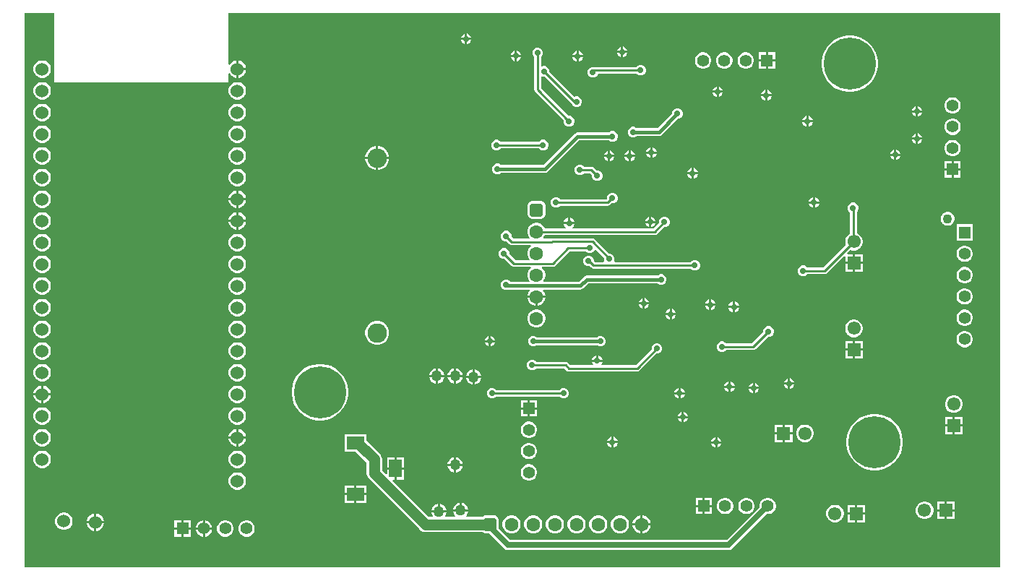
<source format=gbl>
G04*
G04 #@! TF.GenerationSoftware,Altium Limited,Altium Designer,21.4.1 (30)*
G04*
G04 Layer_Physical_Order=2*
G04 Layer_Color=16711680*
%FSLAX25Y25*%
%MOIN*%
G70*
G04*
G04 #@! TF.SameCoordinates,5141BEB0-0B1F-41B6-A3F9-944F83B17515*
G04*
G04*
G04 #@! TF.FilePolarity,Positive*
G04*
G01*
G75*
%ADD68C,0.05512*%
%ADD69R,0.05512X0.05512*%
%ADD70R,0.05512X0.05512*%
%ADD76R,0.06102X0.06102*%
%ADD77R,0.06102X0.06102*%
%ADD79C,0.06102*%
%ADD80C,0.04331*%
%ADD83C,0.01000*%
%ADD84C,0.02500*%
%ADD85C,0.05000*%
%ADD87C,0.08976*%
%ADD88C,0.06000*%
%ADD89C,0.06299*%
G04:AMPARAMS|DCode=90|XSize=62.99mil|YSize=62.99mil|CornerRadius=15.75mil|HoleSize=0mil|Usage=FLASHONLY|Rotation=0.000|XOffset=0mil|YOffset=0mil|HoleType=Round|Shape=RoundedRectangle|*
%AMROUNDEDRECTD90*
21,1,0.06299,0.03150,0,0,0.0*
21,1,0.03150,0.06299,0,0,0.0*
1,1,0.03150,0.01575,-0.01575*
1,1,0.03150,-0.01575,-0.01575*
1,1,0.03150,-0.01575,0.01575*
1,1,0.03150,0.01575,0.01575*
%
%ADD90ROUNDEDRECTD90*%
G04:AMPARAMS|DCode=91|XSize=62.99mil|YSize=62.99mil|CornerRadius=15.75mil|HoleSize=0mil|Usage=FLASHONLY|Rotation=270.000|XOffset=0mil|YOffset=0mil|HoleType=Round|Shape=RoundedRectangle|*
%AMROUNDEDRECTD91*
21,1,0.06299,0.03150,0,0,270.0*
21,1,0.03150,0.06299,0,0,270.0*
1,1,0.03150,-0.01575,-0.01575*
1,1,0.03150,-0.01575,0.01575*
1,1,0.03150,0.01575,0.01575*
1,1,0.03150,0.01575,-0.01575*
%
%ADD91ROUNDEDRECTD91*%
%ADD92R,0.08268X0.05906*%
%ADD93R,0.05906X0.08268*%
%ADD94C,0.24000*%
%ADD95C,0.02800*%
%ADD96C,0.05000*%
%ADD97C,0.01500*%
G36*
X704225Y68774D02*
X254275D01*
Y324225D01*
X268000D01*
Y292500D01*
X348500D01*
Y296428D01*
X349000Y296562D01*
X349299Y296044D01*
X350044Y295299D01*
X350956Y294773D01*
X351973Y294500D01*
X352000D01*
Y298500D01*
Y302500D01*
X351973D01*
X350956Y302227D01*
X350044Y301701D01*
X349299Y300956D01*
X349000Y300438D01*
X348500Y300572D01*
Y324225D01*
X704225D01*
Y68774D01*
D02*
G37*
%LPC*%
G36*
X458500Y314891D02*
Y313000D01*
X460391D01*
X460035Y313860D01*
X459360Y314535D01*
X458500Y314891D01*
D02*
G37*
G36*
X457500D02*
X456640Y314535D01*
X455965Y313860D01*
X455609Y313000D01*
X457500D01*
Y314891D01*
D02*
G37*
G36*
X460391Y312000D02*
X458500D01*
Y310109D01*
X459360Y310465D01*
X460035Y311140D01*
X460391Y312000D01*
D02*
G37*
G36*
X457500D02*
X455609D01*
X455965Y311140D01*
X456640Y310465D01*
X457500Y310109D01*
Y312000D01*
D02*
G37*
G36*
X530500Y308891D02*
Y307000D01*
X532391D01*
X532035Y307859D01*
X531359Y308535D01*
X530500Y308891D01*
D02*
G37*
G36*
X529500D02*
X528641Y308535D01*
X527965Y307859D01*
X527609Y307000D01*
X529500D01*
Y308891D01*
D02*
G37*
G36*
X481444Y306975D02*
Y305084D01*
X483334D01*
X482978Y305944D01*
X482303Y306619D01*
X481444Y306975D01*
D02*
G37*
G36*
X480443D02*
X479584Y306619D01*
X478909Y305944D01*
X478553Y305084D01*
X480443D01*
Y306975D01*
D02*
G37*
G36*
X510000Y306891D02*
Y305000D01*
X511891D01*
X511535Y305859D01*
X510859Y306535D01*
X510000Y306891D01*
D02*
G37*
G36*
X509000D02*
X508141Y306535D01*
X507465Y305859D01*
X507109Y305000D01*
X509000D01*
Y306891D01*
D02*
G37*
G36*
X532391Y306000D02*
X530500D01*
Y304109D01*
X531359Y304465D01*
X532035Y305140D01*
X532391Y306000D01*
D02*
G37*
G36*
X529500D02*
X527609D01*
X527965Y305140D01*
X528641Y304465D01*
X529500Y304109D01*
Y306000D01*
D02*
G37*
G36*
X600598Y306256D02*
X597342D01*
Y303000D01*
X600598D01*
Y306256D01*
D02*
G37*
G36*
X596343D02*
X593087D01*
Y303000D01*
X596343D01*
Y306256D01*
D02*
G37*
G36*
X483334Y304084D02*
X481444D01*
Y302193D01*
X482303Y302550D01*
X482978Y303225D01*
X483334Y304084D01*
D02*
G37*
G36*
X480443D02*
X478553D01*
X478909Y303225D01*
X479584Y302550D01*
X480443Y302193D01*
Y304084D01*
D02*
G37*
G36*
X511891Y304000D02*
X510000D01*
Y302109D01*
X510859Y302465D01*
X511535Y303140D01*
X511891Y304000D01*
D02*
G37*
G36*
X509000D02*
X507109D01*
X507465Y303140D01*
X508141Y302465D01*
X509000Y302109D01*
Y304000D01*
D02*
G37*
G36*
X353027Y302500D02*
X353000D01*
Y299000D01*
X356500D01*
Y299027D01*
X356227Y300044D01*
X355701Y300956D01*
X354956Y301701D01*
X354044Y302227D01*
X353027Y302500D01*
D02*
G37*
G36*
X600598Y302000D02*
X597342D01*
Y298744D01*
X600598D01*
Y302000D01*
D02*
G37*
G36*
X596343D02*
X593087D01*
Y298744D01*
X596343D01*
Y302000D01*
D02*
G37*
G36*
X587495Y306256D02*
X586506D01*
X585550Y306000D01*
X584694Y305505D01*
X583994Y304806D01*
X583500Y303950D01*
X583244Y302994D01*
Y302006D01*
X583500Y301050D01*
X583994Y300194D01*
X584694Y299495D01*
X585550Y299000D01*
X586506Y298744D01*
X587495D01*
X588450Y299000D01*
X589306Y299495D01*
X590005Y300194D01*
X590500Y301050D01*
X590756Y302006D01*
Y302994D01*
X590500Y303950D01*
X590005Y304806D01*
X589306Y305505D01*
X588450Y306000D01*
X587495Y306256D01*
D02*
G37*
G36*
X577652D02*
X576663D01*
X575708Y306000D01*
X574851Y305505D01*
X574152Y304806D01*
X573658Y303950D01*
X573402Y302994D01*
Y302006D01*
X573658Y301050D01*
X574152Y300194D01*
X574851Y299495D01*
X575708Y299000D01*
X576663Y298744D01*
X577652D01*
X578607Y299000D01*
X579464Y299495D01*
X580163Y300194D01*
X580657Y301050D01*
X580913Y302006D01*
Y302994D01*
X580657Y303950D01*
X580163Y304806D01*
X579464Y305505D01*
X578607Y306000D01*
X577652Y306256D01*
D02*
G37*
G36*
X567809D02*
X566820D01*
X565865Y306000D01*
X565009Y305505D01*
X564310Y304806D01*
X563815Y303950D01*
X563559Y302994D01*
Y302006D01*
X563815Y301050D01*
X564310Y300194D01*
X565009Y299495D01*
X565865Y299000D01*
X566820Y298744D01*
X567809D01*
X568765Y299000D01*
X569621Y299495D01*
X570320Y300194D01*
X570815Y301050D01*
X571071Y302006D01*
Y302994D01*
X570815Y303950D01*
X570320Y304806D01*
X569621Y305505D01*
X568765Y306000D01*
X567809Y306256D01*
D02*
G37*
G36*
X538977Y300400D02*
X538023D01*
X537141Y300035D01*
X536635Y299529D01*
X517500D01*
X516915Y299413D01*
X516895Y299400D01*
X516023D01*
X515140Y299035D01*
X514465Y298359D01*
X514100Y297477D01*
Y296523D01*
X514465Y295640D01*
X515140Y294965D01*
X516023Y294600D01*
X516977D01*
X517860Y294965D01*
X518535Y295640D01*
X518879Y296471D01*
X536635D01*
X537141Y295965D01*
X538023Y295600D01*
X538977D01*
X539859Y295965D01*
X540535Y296640D01*
X540900Y297523D01*
Y298477D01*
X540535Y299359D01*
X539859Y300035D01*
X538977Y300400D01*
D02*
G37*
G36*
X356500Y298000D02*
X353000D01*
Y294500D01*
X353027D01*
X354044Y294773D01*
X354956Y295299D01*
X355701Y296044D01*
X356227Y296956D01*
X356500Y297973D01*
Y298000D01*
D02*
G37*
G36*
X263027Y302500D02*
X261973D01*
X260956Y302227D01*
X260044Y301701D01*
X259299Y300956D01*
X258773Y300044D01*
X258500Y299026D01*
Y297973D01*
X258773Y296956D01*
X259299Y296044D01*
X260044Y295299D01*
X260956Y294773D01*
X261973Y294500D01*
X263027D01*
X264044Y294773D01*
X264956Y295299D01*
X265701Y296044D01*
X266227Y296956D01*
X266500Y297973D01*
Y299026D01*
X266227Y300044D01*
X265701Y300956D01*
X264956Y301701D01*
X264044Y302227D01*
X263027Y302500D01*
D02*
G37*
G36*
X574549Y290518D02*
Y288627D01*
X576439D01*
X576083Y289487D01*
X575408Y290162D01*
X574549Y290518D01*
D02*
G37*
G36*
X573549D02*
X572689Y290162D01*
X572014Y289487D01*
X571658Y288627D01*
X573549D01*
Y290518D01*
D02*
G37*
G36*
X636023Y314000D02*
X633977D01*
X631956Y313680D01*
X630010Y313048D01*
X628187Y312119D01*
X626531Y310916D01*
X625084Y309469D01*
X623881Y307814D01*
X622952Y305990D01*
X622320Y304044D01*
X622000Y302023D01*
Y299977D01*
X622320Y297956D01*
X622952Y296010D01*
X623881Y294186D01*
X625084Y292531D01*
X626531Y291084D01*
X628187Y289881D01*
X630010Y288952D01*
X631956Y288320D01*
X633977Y288000D01*
X636023D01*
X638044Y288320D01*
X639990Y288952D01*
X641814Y289881D01*
X643469Y291084D01*
X644916Y292531D01*
X646119Y294186D01*
X647048Y296010D01*
X647680Y297956D01*
X648000Y299977D01*
Y302023D01*
X647680Y304044D01*
X647048Y305990D01*
X646119Y307814D01*
X644916Y309469D01*
X643469Y310916D01*
X641814Y312119D01*
X639990Y313048D01*
X638044Y313680D01*
X636023Y314000D01*
D02*
G37*
G36*
X597000Y288891D02*
Y287000D01*
X598891D01*
X598535Y287860D01*
X597859Y288535D01*
X597000Y288891D01*
D02*
G37*
G36*
X596000D02*
X595141Y288535D01*
X594465Y287860D01*
X594109Y287000D01*
X596000D01*
Y288891D01*
D02*
G37*
G36*
X576439Y287627D02*
X574549D01*
Y285737D01*
X575408Y286093D01*
X576083Y286768D01*
X576439Y287627D01*
D02*
G37*
G36*
X573549D02*
X571658D01*
X572014Y286768D01*
X572689Y286093D01*
X573549Y285737D01*
Y287627D01*
D02*
G37*
G36*
X353027Y292500D02*
X351973D01*
X350956Y292227D01*
X350044Y291701D01*
X349299Y290956D01*
X348773Y290044D01*
X348500Y289027D01*
Y287973D01*
X348773Y286956D01*
X349299Y286044D01*
X350044Y285299D01*
X350956Y284773D01*
X351973Y284500D01*
X353027D01*
X354044Y284773D01*
X354956Y285299D01*
X355701Y286044D01*
X356227Y286956D01*
X356500Y287973D01*
Y289027D01*
X356227Y290044D01*
X355701Y290956D01*
X354956Y291701D01*
X354044Y292227D01*
X353027Y292500D01*
D02*
G37*
G36*
X263027Y292500D02*
X261973D01*
X260956Y292227D01*
X260044Y291701D01*
X259299Y290956D01*
X258773Y290044D01*
X258500Y289026D01*
Y287973D01*
X258773Y286956D01*
X259299Y286044D01*
X260044Y285299D01*
X260956Y284772D01*
X261973Y284500D01*
X263027D01*
X264044Y284772D01*
X264956Y285299D01*
X265701Y286044D01*
X266227Y286956D01*
X266500Y287973D01*
Y289026D01*
X266227Y290044D01*
X265701Y290956D01*
X264956Y291701D01*
X264044Y292227D01*
X263027Y292500D01*
D02*
G37*
G36*
X598891Y286000D02*
X597000D01*
Y284109D01*
X597859Y284465D01*
X598535Y285140D01*
X598891Y286000D01*
D02*
G37*
G36*
X596000D02*
X594109D01*
X594465Y285140D01*
X595141Y284465D01*
X596000Y284109D01*
Y286000D01*
D02*
G37*
G36*
X491477Y308400D02*
X490523D01*
X489641Y308035D01*
X488965Y307360D01*
X488600Y306477D01*
Y305523D01*
X488965Y304641D01*
X489471Y304135D01*
Y289000D01*
X489587Y288415D01*
X489919Y287919D01*
X503100Y274737D01*
Y274023D01*
X503465Y273141D01*
X504141Y272465D01*
X505023Y272100D01*
X505977D01*
X506859Y272465D01*
X507535Y273141D01*
X507900Y274023D01*
Y274977D01*
X507535Y275859D01*
X506859Y276535D01*
X505977Y276900D01*
X505263D01*
X492529Y289633D01*
Y294970D01*
X493029Y295304D01*
X493523Y295100D01*
X494237D01*
X506574Y282763D01*
X506759Y282640D01*
X506965Y282140D01*
X507641Y281465D01*
X508523Y281100D01*
X509477D01*
X510359Y281465D01*
X511035Y282140D01*
X511400Y283023D01*
Y283977D01*
X511035Y284859D01*
X510359Y285535D01*
X509477Y285900D01*
X508523D01*
X507985Y285678D01*
X496400Y297263D01*
Y297977D01*
X496035Y298860D01*
X495360Y299535D01*
X494477Y299900D01*
X493523D01*
X493029Y299696D01*
X492529Y300030D01*
Y304135D01*
X493035Y304641D01*
X493400Y305523D01*
Y306477D01*
X493035Y307360D01*
X492359Y308035D01*
X491477Y308400D01*
D02*
G37*
G36*
X666500Y281391D02*
Y279500D01*
X668391D01*
X668035Y280360D01*
X667359Y281035D01*
X666500Y281391D01*
D02*
G37*
G36*
X665500D02*
X664641Y281035D01*
X663965Y280360D01*
X663609Y279500D01*
X665500D01*
Y281391D01*
D02*
G37*
G36*
X682928Y285520D02*
X681939D01*
X680983Y285264D01*
X680127Y284769D01*
X679428Y284070D01*
X678933Y283213D01*
X678677Y282258D01*
Y281269D01*
X678933Y280314D01*
X679428Y279458D01*
X680127Y278758D01*
X680983Y278264D01*
X681939Y278008D01*
X682928D01*
X683883Y278264D01*
X684739Y278758D01*
X685438Y279458D01*
X685933Y280314D01*
X686189Y281269D01*
Y282258D01*
X685933Y283213D01*
X685438Y284070D01*
X684739Y284769D01*
X683883Y285264D01*
X682928Y285520D01*
D02*
G37*
G36*
X668391Y278500D02*
X666500D01*
Y276609D01*
X667359Y276965D01*
X668035Y277641D01*
X668391Y278500D01*
D02*
G37*
G36*
X665500D02*
X663609D01*
X663965Y277641D01*
X664641Y276965D01*
X665500Y276609D01*
Y278500D01*
D02*
G37*
G36*
X616000Y276891D02*
Y275000D01*
X617891D01*
X617535Y275859D01*
X616859Y276535D01*
X616000Y276891D01*
D02*
G37*
G36*
X615000D02*
X614141Y276535D01*
X613465Y275859D01*
X613109Y275000D01*
X615000D01*
Y276891D01*
D02*
G37*
G36*
X353027Y282500D02*
X351973D01*
X350956Y282227D01*
X350044Y281701D01*
X349299Y280956D01*
X348773Y280044D01*
X348500Y279027D01*
Y277973D01*
X348773Y276956D01*
X349299Y276044D01*
X350044Y275299D01*
X350956Y274773D01*
X351973Y274500D01*
X353027D01*
X354044Y274773D01*
X354956Y275299D01*
X355701Y276044D01*
X356227Y276956D01*
X356500Y277973D01*
Y279027D01*
X356227Y280044D01*
X355701Y280956D01*
X354956Y281701D01*
X354044Y282227D01*
X353027Y282500D01*
D02*
G37*
G36*
X263027Y282500D02*
X261973D01*
X260956Y282227D01*
X260044Y281701D01*
X259299Y280956D01*
X258773Y280044D01*
X258500Y279027D01*
Y277973D01*
X258773Y276956D01*
X259299Y276044D01*
X260044Y275299D01*
X260956Y274773D01*
X261973Y274500D01*
X263027D01*
X264044Y274773D01*
X264956Y275299D01*
X265701Y276044D01*
X266227Y276956D01*
X266500Y277973D01*
Y279027D01*
X266227Y280044D01*
X265701Y280956D01*
X264956Y281701D01*
X264044Y282227D01*
X263027Y282500D01*
D02*
G37*
G36*
X617891Y274000D02*
X616000D01*
Y272109D01*
X616859Y272465D01*
X617535Y273141D01*
X617891Y274000D01*
D02*
G37*
G36*
X615000D02*
X613109D01*
X613465Y273141D01*
X614141Y272465D01*
X615000Y272109D01*
Y274000D01*
D02*
G37*
G36*
X555977Y280400D02*
X555023D01*
X554141Y280035D01*
X553465Y279360D01*
X553100Y278477D01*
Y278123D01*
X546261Y271284D01*
X536610D01*
X536360Y271535D01*
X535477Y271900D01*
X534523D01*
X533640Y271535D01*
X532965Y270860D01*
X532600Y269977D01*
Y269023D01*
X532965Y268141D01*
X533640Y267465D01*
X534523Y267100D01*
X535477D01*
X536360Y267465D01*
X536610Y267716D01*
X547000D01*
X547683Y267851D01*
X548262Y268238D01*
X555623Y275600D01*
X555977D01*
X556859Y275965D01*
X557535Y276641D01*
X557900Y277523D01*
Y278477D01*
X557535Y279360D01*
X556859Y280035D01*
X555977Y280400D01*
D02*
G37*
G36*
X682928Y275677D02*
X681939D01*
X680983Y275421D01*
X680127Y274927D01*
X679428Y274227D01*
X678933Y273371D01*
X678677Y272416D01*
Y271427D01*
X678933Y270472D01*
X679428Y269615D01*
X680127Y268916D01*
X680983Y268421D01*
X681939Y268165D01*
X682928D01*
X683883Y268421D01*
X684739Y268916D01*
X685438Y269615D01*
X685933Y270472D01*
X686189Y271427D01*
Y272416D01*
X685933Y273371D01*
X685438Y274227D01*
X684739Y274927D01*
X683883Y275421D01*
X682928Y275677D01*
D02*
G37*
G36*
X666500Y268891D02*
Y267000D01*
X668391D01*
X668035Y267860D01*
X667359Y268535D01*
X666500Y268891D01*
D02*
G37*
G36*
X665500D02*
X664641Y268535D01*
X663965Y267860D01*
X663609Y267000D01*
X665500D01*
Y268891D01*
D02*
G37*
G36*
X525977Y269900D02*
X525023D01*
X524141Y269535D01*
X523890Y269284D01*
X509500D01*
X508817Y269148D01*
X508238Y268762D01*
X508238Y268762D01*
X493761Y254284D01*
X474110D01*
X473860Y254535D01*
X472977Y254900D01*
X472023D01*
X471140Y254535D01*
X470465Y253859D01*
X470100Y252977D01*
Y252023D01*
X470465Y251140D01*
X471140Y250465D01*
X472023Y250100D01*
X472977D01*
X473860Y250465D01*
X474110Y250716D01*
X494500D01*
X495183Y250851D01*
X495762Y251238D01*
X510239Y265716D01*
X523890D01*
X524141Y265465D01*
X525023Y265100D01*
X525977D01*
X526860Y265465D01*
X527535Y266141D01*
X527900Y267023D01*
Y267977D01*
X527535Y268860D01*
X526860Y269535D01*
X525977Y269900D01*
D02*
G37*
G36*
X493977Y265900D02*
X493023D01*
X492140Y265535D01*
X491635Y265029D01*
X473865D01*
X473359Y265535D01*
X472477Y265900D01*
X471523D01*
X470641Y265535D01*
X469965Y264860D01*
X469600Y263977D01*
Y263023D01*
X469965Y262140D01*
X470641Y261465D01*
X471523Y261100D01*
X472477D01*
X473359Y261465D01*
X473865Y261971D01*
X491635D01*
X492140Y261465D01*
X493023Y261100D01*
X493977D01*
X494860Y261465D01*
X495535Y262140D01*
X495900Y263023D01*
Y263977D01*
X495535Y264860D01*
X494860Y265535D01*
X493977Y265900D01*
D02*
G37*
G36*
X353027Y272500D02*
X351973D01*
X350956Y272227D01*
X350044Y271701D01*
X349299Y270956D01*
X348773Y270044D01*
X348500Y269027D01*
Y267973D01*
X348773Y266956D01*
X349299Y266044D01*
X350044Y265299D01*
X350956Y264773D01*
X351973Y264500D01*
X353027D01*
X354044Y264773D01*
X354956Y265299D01*
X355701Y266044D01*
X356227Y266956D01*
X356500Y267973D01*
Y269027D01*
X356227Y270044D01*
X355701Y270956D01*
X354956Y271701D01*
X354044Y272227D01*
X353027Y272500D01*
D02*
G37*
G36*
X263027Y272500D02*
X261973D01*
X260956Y272227D01*
X260044Y271701D01*
X259299Y270956D01*
X258773Y270044D01*
X258500Y269026D01*
Y267973D01*
X258773Y266956D01*
X259299Y266044D01*
X260044Y265299D01*
X260956Y264773D01*
X261973Y264500D01*
X263027D01*
X264044Y264773D01*
X264956Y265299D01*
X265701Y266044D01*
X266227Y266956D01*
X266500Y267973D01*
Y269026D01*
X266227Y270044D01*
X265701Y270956D01*
X264956Y271701D01*
X264044Y272227D01*
X263027Y272500D01*
D02*
G37*
G36*
X668391Y266000D02*
X666500D01*
Y264109D01*
X667359Y264465D01*
X668035Y265141D01*
X668391Y266000D01*
D02*
G37*
G36*
X665500D02*
X663609D01*
X663965Y265141D01*
X664641Y264465D01*
X665500Y264109D01*
Y266000D01*
D02*
G37*
G36*
X544000Y262391D02*
Y260500D01*
X545891D01*
X545535Y261360D01*
X544860Y262035D01*
X544000Y262391D01*
D02*
G37*
G36*
X543000D02*
X542140Y262035D01*
X541465Y261360D01*
X541109Y260500D01*
X543000D01*
Y262391D01*
D02*
G37*
G36*
X656500Y261391D02*
Y259500D01*
X658391D01*
X658035Y260360D01*
X657360Y261035D01*
X656500Y261391D01*
D02*
G37*
G36*
X655500D02*
X654640Y261035D01*
X653965Y260360D01*
X653609Y259500D01*
X655500D01*
Y261391D01*
D02*
G37*
G36*
X534000Y260891D02*
Y259000D01*
X535891D01*
X535535Y259859D01*
X534860Y260535D01*
X534000Y260891D01*
D02*
G37*
G36*
X533000D02*
X532140Y260535D01*
X531465Y259859D01*
X531109Y259000D01*
X533000D01*
Y260891D01*
D02*
G37*
G36*
X524500D02*
Y259000D01*
X526391D01*
X526035Y259859D01*
X525359Y260535D01*
X524500Y260891D01*
D02*
G37*
G36*
X523500D02*
X522641Y260535D01*
X521965Y259859D01*
X521609Y259000D01*
X523500D01*
Y260891D01*
D02*
G37*
G36*
X682928Y265835D02*
X681939D01*
X680983Y265579D01*
X680127Y265084D01*
X679428Y264385D01*
X678933Y263528D01*
X678677Y262573D01*
Y261584D01*
X678933Y260629D01*
X679428Y259773D01*
X680127Y259073D01*
X680983Y258579D01*
X681939Y258323D01*
X682928D01*
X683883Y258579D01*
X684739Y259073D01*
X685438Y259773D01*
X685933Y260629D01*
X686189Y261584D01*
Y262573D01*
X685933Y263528D01*
X685438Y264385D01*
X684739Y265084D01*
X683883Y265579D01*
X682928Y265835D01*
D02*
G37*
G36*
X417723Y262988D02*
X417500D01*
Y258000D01*
X422488D01*
Y258223D01*
X422114Y259618D01*
X421392Y260870D01*
X420370Y261892D01*
X419118Y262614D01*
X417723Y262988D01*
D02*
G37*
G36*
X416500D02*
X416278D01*
X414882Y262614D01*
X413630Y261892D01*
X412608Y260870D01*
X411886Y259618D01*
X411512Y258223D01*
Y258000D01*
X416500D01*
Y262988D01*
D02*
G37*
G36*
X545891Y259500D02*
X544000D01*
Y257609D01*
X544860Y257965D01*
X545535Y258641D01*
X545891Y259500D01*
D02*
G37*
G36*
X543000D02*
X541109D01*
X541465Y258641D01*
X542140Y257965D01*
X543000Y257609D01*
Y259500D01*
D02*
G37*
G36*
X658391Y258500D02*
X656500D01*
Y256609D01*
X657360Y256965D01*
X658035Y257641D01*
X658391Y258500D01*
D02*
G37*
G36*
X655500D02*
X653609D01*
X653965Y257641D01*
X654640Y256965D01*
X655500Y256609D01*
Y258500D01*
D02*
G37*
G36*
X535891Y258000D02*
X534000D01*
Y256109D01*
X534860Y256465D01*
X535535Y257140D01*
X535891Y258000D01*
D02*
G37*
G36*
X533000D02*
X531109D01*
X531465Y257140D01*
X532140Y256465D01*
X533000Y256109D01*
Y258000D01*
D02*
G37*
G36*
X526391D02*
X524500D01*
Y256109D01*
X525359Y256465D01*
X526035Y257140D01*
X526391Y258000D01*
D02*
G37*
G36*
X523500D02*
X521609D01*
X521965Y257140D01*
X522641Y256465D01*
X523500Y256109D01*
Y258000D01*
D02*
G37*
G36*
X353027Y262500D02*
X351973D01*
X350956Y262227D01*
X350044Y261701D01*
X349299Y260956D01*
X348773Y260044D01*
X348500Y259027D01*
Y257973D01*
X348773Y256956D01*
X349299Y256044D01*
X350044Y255299D01*
X350956Y254773D01*
X351973Y254500D01*
X353027D01*
X354044Y254773D01*
X354956Y255299D01*
X355701Y256044D01*
X356227Y256956D01*
X356500Y257973D01*
Y259027D01*
X356227Y260044D01*
X355701Y260956D01*
X354956Y261701D01*
X354044Y262227D01*
X353027Y262500D01*
D02*
G37*
G36*
X263027Y262500D02*
X261973D01*
X260956Y262227D01*
X260044Y261701D01*
X259299Y260956D01*
X258773Y260044D01*
X258500Y259027D01*
Y257973D01*
X258773Y256956D01*
X259299Y256044D01*
X260044Y255299D01*
X260956Y254772D01*
X261973Y254500D01*
X263027D01*
X264044Y254772D01*
X264956Y255299D01*
X265701Y256044D01*
X266227Y256956D01*
X266500Y257973D01*
Y259027D01*
X266227Y260044D01*
X265701Y260956D01*
X264956Y261701D01*
X264044Y262227D01*
X263027Y262500D01*
D02*
G37*
G36*
X686189Y255992D02*
X682933D01*
Y252736D01*
X686189D01*
Y255992D01*
D02*
G37*
G36*
X681933D02*
X678677D01*
Y252736D01*
X681933D01*
Y255992D01*
D02*
G37*
G36*
X422488Y257000D02*
X417500D01*
Y252012D01*
X417723D01*
X419118Y252386D01*
X420370Y253108D01*
X421392Y254130D01*
X422114Y255382D01*
X422488Y256778D01*
Y257000D01*
D02*
G37*
G36*
X416500D02*
X411512D01*
Y256778D01*
X411886Y255382D01*
X412608Y254130D01*
X413630Y253108D01*
X414882Y252386D01*
X416278Y252012D01*
X416500D01*
Y257000D01*
D02*
G37*
G36*
X563000Y252891D02*
Y251000D01*
X564891D01*
X564535Y251859D01*
X563860Y252535D01*
X563000Y252891D01*
D02*
G37*
G36*
X562000D02*
X561140Y252535D01*
X560465Y251859D01*
X560109Y251000D01*
X562000D01*
Y252891D01*
D02*
G37*
G36*
X686189Y251736D02*
X682933D01*
Y248480D01*
X686189D01*
Y251736D01*
D02*
G37*
G36*
X681933D02*
X678677D01*
Y248480D01*
X681933D01*
Y251736D01*
D02*
G37*
G36*
X564891Y250000D02*
X563000D01*
Y248109D01*
X563860Y248465D01*
X564535Y249141D01*
X564891Y250000D01*
D02*
G37*
G36*
X562000D02*
X560109D01*
X560465Y249141D01*
X561140Y248465D01*
X562000Y248109D01*
Y250000D01*
D02*
G37*
G36*
X510977Y254400D02*
X510023D01*
X509140Y254035D01*
X508465Y253360D01*
X508100Y252477D01*
Y251523D01*
X508465Y250641D01*
X509140Y249965D01*
X510023Y249600D01*
X510977D01*
X511860Y249965D01*
X512365Y250471D01*
X515223D01*
X516117Y249577D01*
Y248863D01*
X516482Y247981D01*
X517157Y247305D01*
X518039Y246940D01*
X518994D01*
X519876Y247305D01*
X520551Y247981D01*
X520917Y248863D01*
Y249817D01*
X520551Y250699D01*
X519876Y251375D01*
X518994Y251740D01*
X518279D01*
X516938Y253081D01*
X516442Y253413D01*
X515857Y253529D01*
X512365D01*
X511860Y254035D01*
X510977Y254400D01*
D02*
G37*
G36*
X353027Y252500D02*
X351973D01*
X350956Y252227D01*
X350044Y251701D01*
X349299Y250956D01*
X348773Y250044D01*
X348500Y249027D01*
Y247973D01*
X348773Y246956D01*
X349299Y246044D01*
X350044Y245299D01*
X350956Y244773D01*
X351973Y244500D01*
X353027D01*
X354044Y244773D01*
X354956Y245299D01*
X355701Y246044D01*
X356227Y246956D01*
X356500Y247973D01*
Y249027D01*
X356227Y250044D01*
X355701Y250956D01*
X354956Y251701D01*
X354044Y252227D01*
X353027Y252500D01*
D02*
G37*
G36*
X263027Y252500D02*
X261973D01*
X260956Y252227D01*
X260044Y251701D01*
X259299Y250956D01*
X258773Y250044D01*
X258500Y249026D01*
Y247973D01*
X258773Y246956D01*
X259299Y246044D01*
X260044Y245299D01*
X260956Y244773D01*
X261973Y244500D01*
X263027D01*
X264044Y244773D01*
X264956Y245299D01*
X265701Y246044D01*
X266227Y246956D01*
X266500Y247973D01*
Y249026D01*
X266227Y250044D01*
X265701Y250956D01*
X264956Y251701D01*
X264044Y252227D01*
X263027Y252500D01*
D02*
G37*
G36*
X353027Y242500D02*
X353000D01*
Y239000D01*
X356500D01*
Y239027D01*
X356227Y240044D01*
X355701Y240956D01*
X354956Y241701D01*
X354044Y242227D01*
X353027Y242500D01*
D02*
G37*
G36*
X352000D02*
X351973D01*
X350956Y242227D01*
X350044Y241701D01*
X349299Y240956D01*
X348773Y240044D01*
X348500Y239027D01*
Y239000D01*
X352000D01*
Y242500D01*
D02*
G37*
G36*
X525977Y241400D02*
X525023D01*
X524141Y241035D01*
X523465Y240359D01*
X523100Y239477D01*
Y238864D01*
X522765Y238529D01*
X501365D01*
X500859Y239035D01*
X499977Y239400D01*
X499023D01*
X498140Y239035D01*
X497465Y238359D01*
X497100Y237477D01*
Y236523D01*
X497465Y235641D01*
X498140Y234965D01*
X499023Y234600D01*
X499977D01*
X500859Y234965D01*
X501365Y235471D01*
X523399D01*
X523984Y235587D01*
X524480Y235919D01*
X525162Y236600D01*
X525977D01*
X526860Y236965D01*
X527535Y237641D01*
X527900Y238523D01*
Y239477D01*
X527535Y240359D01*
X526860Y241035D01*
X525977Y241400D01*
D02*
G37*
G36*
X619000Y239391D02*
Y237500D01*
X620891D01*
X620535Y238359D01*
X619860Y239035D01*
X619000Y239391D01*
D02*
G37*
G36*
X618000D02*
X617140Y239035D01*
X616465Y238359D01*
X616109Y237500D01*
X618000D01*
Y239391D01*
D02*
G37*
G36*
X620891Y236500D02*
X619000D01*
Y234609D01*
X619860Y234965D01*
X620535Y235641D01*
X620891Y236500D01*
D02*
G37*
G36*
X618000D02*
X616109D01*
X616465Y235641D01*
X617140Y234965D01*
X618000Y234609D01*
Y236500D01*
D02*
G37*
G36*
X356500Y238000D02*
X353000D01*
Y234500D01*
X353027D01*
X354044Y234773D01*
X354956Y235299D01*
X355701Y236044D01*
X356227Y236956D01*
X356500Y237973D01*
Y238000D01*
D02*
G37*
G36*
X352000D02*
X348500D01*
Y237973D01*
X348773Y236956D01*
X349299Y236044D01*
X350044Y235299D01*
X350956Y234773D01*
X351973Y234500D01*
X352000D01*
Y238000D01*
D02*
G37*
G36*
X263027Y242500D02*
X261973D01*
X260956Y242227D01*
X260044Y241701D01*
X259299Y240956D01*
X258773Y240044D01*
X258500Y239026D01*
Y237973D01*
X258773Y236956D01*
X259299Y236044D01*
X260044Y235299D01*
X260956Y234772D01*
X261973Y234500D01*
X263027D01*
X264044Y234772D01*
X264956Y235299D01*
X265701Y236044D01*
X266227Y236956D01*
X266500Y237973D01*
Y239026D01*
X266227Y240044D01*
X265701Y240956D01*
X264956Y241701D01*
X264044Y242227D01*
X263027Y242500D01*
D02*
G37*
G36*
X492075Y237672D02*
X488925D01*
X488253Y237583D01*
X487627Y237324D01*
X487089Y236911D01*
X486676Y236373D01*
X486417Y235747D01*
X486328Y235075D01*
Y231925D01*
X486417Y231253D01*
X486676Y230627D01*
X487089Y230089D01*
X487627Y229676D01*
X488253Y229417D01*
X488925Y229328D01*
X492075D01*
X492747Y229417D01*
X493373Y229676D01*
X493911Y230089D01*
X494324Y230627D01*
X494583Y231253D01*
X494672Y231925D01*
Y235075D01*
X494583Y235747D01*
X494324Y236373D01*
X493911Y236911D01*
X493373Y237324D01*
X492747Y237583D01*
X492075Y237672D01*
D02*
G37*
G36*
X353027Y232500D02*
X353000D01*
Y229000D01*
X356500D01*
Y229027D01*
X356227Y230044D01*
X355701Y230956D01*
X354956Y231701D01*
X354044Y232227D01*
X353027Y232500D01*
D02*
G37*
G36*
X352000D02*
X351973D01*
X350956Y232227D01*
X350044Y231701D01*
X349299Y230956D01*
X348773Y230044D01*
X348500Y229027D01*
Y229000D01*
X352000D01*
Y232500D01*
D02*
G37*
G36*
X543500Y230391D02*
Y228500D01*
X545391D01*
X545035Y229360D01*
X544359Y230035D01*
X543500Y230391D01*
D02*
G37*
G36*
X542500D02*
X541641Y230035D01*
X540965Y229360D01*
X540609Y228500D01*
X542500D01*
Y230391D01*
D02*
G37*
G36*
X506041Y229930D02*
Y228039D01*
X507932D01*
X507576Y228899D01*
X506901Y229574D01*
X506041Y229930D01*
D02*
G37*
G36*
X505041D02*
X504182Y229574D01*
X503507Y228899D01*
X503151Y228039D01*
X505041D01*
Y229930D01*
D02*
G37*
G36*
X680543Y232650D02*
X679709D01*
X678904Y232434D01*
X678182Y232017D01*
X677593Y231428D01*
X677176Y230706D01*
X676961Y229901D01*
Y229067D01*
X677176Y228262D01*
X677593Y227541D01*
X678182Y226951D01*
X678904Y226535D01*
X679709Y226319D01*
X680543D01*
X681348Y226535D01*
X682069Y226951D01*
X682659Y227541D01*
X683076Y228262D01*
X683291Y229067D01*
Y229901D01*
X683076Y230706D01*
X682659Y231428D01*
X682069Y232017D01*
X681348Y232434D01*
X680543Y232650D01*
D02*
G37*
G36*
X545391Y227500D02*
X543500D01*
Y225609D01*
X544359Y225965D01*
X545035Y226641D01*
X545391Y227500D01*
D02*
G37*
G36*
X542500D02*
X540609D01*
X540965Y226641D01*
X541641Y225965D01*
X542500Y225609D01*
Y227500D01*
D02*
G37*
G36*
X549977Y230400D02*
X549023D01*
X548140Y230035D01*
X547465Y229360D01*
X547100Y228477D01*
Y227763D01*
X544367Y225029D01*
X507060D01*
X506934Y225405D01*
X506925Y225529D01*
X507576Y226180D01*
X507932Y227039D01*
X503151D01*
X503507Y226180D01*
X504157Y225529D01*
X504148Y225405D01*
X504023Y225029D01*
X494386D01*
X494367Y225102D01*
X493820Y226048D01*
X493048Y226820D01*
X492102Y227367D01*
X491046Y227650D01*
X489954D01*
X488898Y227367D01*
X487952Y226820D01*
X487180Y226048D01*
X486633Y225102D01*
X486350Y224046D01*
Y222954D01*
X486633Y221898D01*
X487180Y220952D01*
X487290Y220842D01*
X487099Y220380D01*
X479783D01*
X478900Y221263D01*
Y221977D01*
X478535Y222860D01*
X477859Y223535D01*
X476977Y223900D01*
X476023D01*
X475140Y223535D01*
X474465Y222860D01*
X474100Y221977D01*
Y221023D01*
X474465Y220141D01*
X475140Y219465D01*
X476023Y219100D01*
X476737D01*
X478068Y217769D01*
X478564Y217437D01*
X479150Y217321D01*
X487853D01*
X487982Y216838D01*
X487952Y216821D01*
X487180Y216048D01*
X486633Y215102D01*
X486350Y214046D01*
Y212954D01*
X486633Y211898D01*
X487180Y210952D01*
X487290Y210842D01*
X487099Y210380D01*
X480783D01*
X477900Y213263D01*
Y213977D01*
X477535Y214860D01*
X476860Y215535D01*
X475977Y215900D01*
X475023D01*
X474141Y215535D01*
X473465Y214860D01*
X473100Y213977D01*
Y213023D01*
X473465Y212140D01*
X474141Y211465D01*
X475023Y211100D01*
X475737D01*
X479068Y207769D01*
X479564Y207437D01*
X480150Y207321D01*
X487853D01*
X487982Y206838D01*
X487952Y206821D01*
X487180Y206048D01*
X486633Y205102D01*
X486350Y204046D01*
Y202954D01*
X486633Y201898D01*
X487180Y200952D01*
X487285Y200847D01*
X487094Y200385D01*
X478509D01*
X477859Y201035D01*
X476977Y201400D01*
X476023D01*
X475140Y201035D01*
X474465Y200360D01*
X474100Y199477D01*
Y198523D01*
X474465Y197641D01*
X475140Y196965D01*
X476023Y196600D01*
X476977D01*
X477603Y196859D01*
X477819Y196816D01*
X487294D01*
X487486Y196354D01*
X487180Y196048D01*
X486633Y195102D01*
X486350Y194046D01*
Y194000D01*
X490500D01*
X494650D01*
Y194046D01*
X494367Y195102D01*
X493820Y196048D01*
X493514Y196354D01*
X493706Y196816D01*
X510698D01*
X511381Y196952D01*
X511960Y197339D01*
X514336Y199716D01*
X546390D01*
X546640Y199465D01*
X547523Y199100D01*
X548477D01*
X549360Y199465D01*
X550035Y200141D01*
X550400Y201023D01*
Y201977D01*
X550035Y202859D01*
X549360Y203535D01*
X548477Y203900D01*
X547523D01*
X546640Y203535D01*
X546390Y203284D01*
X513597D01*
X513597Y203284D01*
X512915Y203149D01*
X512336Y202762D01*
X512336Y202762D01*
X509959Y200385D01*
X493906D01*
X493715Y200847D01*
X493820Y200952D01*
X494367Y201898D01*
X494650Y202954D01*
Y204046D01*
X494367Y205102D01*
X493820Y206048D01*
X493048Y206821D01*
X493018Y206838D01*
X493147Y207321D01*
X497969D01*
X498554Y207437D01*
X499050Y207769D01*
X505752Y214471D01*
X513135D01*
X513640Y213965D01*
X514523Y213600D01*
X515477D01*
X516360Y213965D01*
X517035Y214640D01*
X517198Y215034D01*
X517787Y215151D01*
X521600Y211338D01*
Y210523D01*
X521804Y210029D01*
X521470Y209529D01*
X517435D01*
X516900Y210064D01*
Y210477D01*
X516535Y211360D01*
X515860Y212035D01*
X514977Y212400D01*
X514023D01*
X513140Y212035D01*
X512465Y211360D01*
X512100Y210477D01*
Y209523D01*
X512465Y208641D01*
X513140Y207965D01*
X514023Y207600D01*
X514977D01*
X515021Y207618D01*
X515720Y206919D01*
X516216Y206587D01*
X516801Y206471D01*
X561635D01*
X562141Y205965D01*
X563023Y205600D01*
X563977D01*
X564859Y205965D01*
X565535Y206641D01*
X565900Y207523D01*
Y208477D01*
X565535Y209360D01*
X564859Y210035D01*
X563977Y210400D01*
X563023D01*
X562141Y210035D01*
X561635Y209529D01*
X526530D01*
X526196Y210029D01*
X526400Y210523D01*
Y211477D01*
X526035Y212359D01*
X525359Y213035D01*
X524477Y213400D01*
X523864D01*
X517283Y219981D01*
X516786Y220313D01*
X516201Y220429D01*
X497700D01*
X497451Y220380D01*
X493901D01*
X493710Y220842D01*
X493820Y220952D01*
X494367Y221898D01*
X494386Y221971D01*
X545000D01*
X545585Y222087D01*
X546081Y222419D01*
X549263Y225600D01*
X549977D01*
X550859Y225965D01*
X551535Y226641D01*
X551900Y227523D01*
Y228477D01*
X551535Y229360D01*
X550859Y230035D01*
X549977Y230400D01*
D02*
G37*
G36*
X356500Y228000D02*
X353000D01*
Y224500D01*
X353027D01*
X354044Y224773D01*
X354956Y225299D01*
X355701Y226044D01*
X356227Y226956D01*
X356500Y227973D01*
Y228000D01*
D02*
G37*
G36*
X352000D02*
X348500D01*
Y227973D01*
X348773Y226956D01*
X349299Y226044D01*
X350044Y225299D01*
X350956Y224773D01*
X351973Y224500D01*
X352000D01*
Y228000D01*
D02*
G37*
G36*
X263027Y232500D02*
X261973D01*
X260956Y232227D01*
X260044Y231701D01*
X259299Y230956D01*
X258773Y230044D01*
X258500Y229027D01*
Y227973D01*
X258773Y226956D01*
X259299Y226044D01*
X260044Y225299D01*
X260956Y224773D01*
X261973Y224500D01*
X263027D01*
X264044Y224773D01*
X264956Y225299D01*
X265701Y226044D01*
X266227Y226956D01*
X266500Y227973D01*
Y229027D01*
X266227Y230044D01*
X265701Y230956D01*
X264956Y231701D01*
X264044Y232227D01*
X263027Y232500D01*
D02*
G37*
G36*
X691756Y226941D02*
X684244D01*
Y219429D01*
X691756D01*
Y226941D01*
D02*
G37*
G36*
X636977Y236900D02*
X636023D01*
X635141Y236535D01*
X634465Y235859D01*
X634100Y234977D01*
Y234023D01*
X634465Y233140D01*
X635141Y232465D01*
X635187Y232446D01*
Y222591D01*
X634446Y222163D01*
X633691Y221409D01*
X633158Y220485D01*
X632882Y219455D01*
Y218388D01*
X633158Y217358D01*
X633176Y217327D01*
X622878Y207029D01*
X615365D01*
X614859Y207535D01*
X613977Y207900D01*
X613023D01*
X612141Y207535D01*
X611465Y206859D01*
X611100Y205977D01*
Y205023D01*
X611465Y204140D01*
X612141Y203465D01*
X613023Y203100D01*
X613977D01*
X614859Y203465D01*
X615365Y203971D01*
X623512D01*
X624097Y204087D01*
X624593Y204419D01*
X632420Y212245D01*
X632882Y212054D01*
Y209579D01*
X636433D01*
Y213130D01*
X633958D01*
X633767Y213592D01*
X635339Y215164D01*
X635369Y215146D01*
X636400Y214870D01*
X637466D01*
X638497Y215146D01*
X639421Y215680D01*
X640175Y216434D01*
X640708Y217358D01*
X640984Y218388D01*
Y219455D01*
X640708Y220485D01*
X640175Y221409D01*
X639421Y222163D01*
X638497Y222696D01*
X638246Y222764D01*
Y232852D01*
X638535Y233140D01*
X638900Y234023D01*
Y234977D01*
X638535Y235859D01*
X637859Y236535D01*
X636977Y236900D01*
D02*
G37*
G36*
X353027Y222500D02*
X351973D01*
X350956Y222227D01*
X350044Y221701D01*
X349299Y220956D01*
X348773Y220044D01*
X348500Y219027D01*
Y217973D01*
X348773Y216956D01*
X349299Y216044D01*
X350044Y215299D01*
X350956Y214773D01*
X351973Y214500D01*
X353027D01*
X354044Y214773D01*
X354956Y215299D01*
X355701Y216044D01*
X356227Y216956D01*
X356500Y217973D01*
Y219027D01*
X356227Y220044D01*
X355701Y220956D01*
X354956Y221701D01*
X354044Y222227D01*
X353027Y222500D01*
D02*
G37*
G36*
X263027Y222500D02*
X261973D01*
X260956Y222227D01*
X260044Y221701D01*
X259299Y220956D01*
X258773Y220044D01*
X258500Y219026D01*
Y217973D01*
X258773Y216956D01*
X259299Y216044D01*
X260044Y215299D01*
X260956Y214773D01*
X261973Y214500D01*
X263027D01*
X264044Y214773D01*
X264956Y215299D01*
X265701Y216044D01*
X266227Y216956D01*
X266500Y217973D01*
Y219026D01*
X266227Y220044D01*
X265701Y220956D01*
X264956Y221701D01*
X264044Y222227D01*
X263027Y222500D01*
D02*
G37*
G36*
X688494Y217098D02*
X687505D01*
X686550Y216843D01*
X685694Y216348D01*
X684995Y215649D01*
X684500Y214792D01*
X684244Y213837D01*
Y212848D01*
X684500Y211893D01*
X684995Y211036D01*
X685694Y210337D01*
X686550Y209843D01*
X687505Y209587D01*
X688494D01*
X689450Y209843D01*
X690306Y210337D01*
X691006Y211036D01*
X691500Y211893D01*
X691756Y212848D01*
Y213837D01*
X691500Y214792D01*
X691006Y215649D01*
X690306Y216348D01*
X689450Y216843D01*
X688494Y217098D01*
D02*
G37*
G36*
X640984Y213130D02*
X637433D01*
Y209579D01*
X640984D01*
Y213130D01*
D02*
G37*
G36*
Y208579D02*
X637433D01*
Y205028D01*
X640984D01*
Y208579D01*
D02*
G37*
G36*
X636433D02*
X632882D01*
Y205028D01*
X636433D01*
Y208579D01*
D02*
G37*
G36*
X353027Y212500D02*
X351973D01*
X350956Y212227D01*
X350044Y211701D01*
X349299Y210956D01*
X348773Y210044D01*
X348500Y209027D01*
Y207973D01*
X348773Y206956D01*
X349299Y206044D01*
X350044Y205299D01*
X350956Y204773D01*
X351973Y204500D01*
X353027D01*
X354044Y204773D01*
X354956Y205299D01*
X355701Y206044D01*
X356227Y206956D01*
X356500Y207973D01*
Y209027D01*
X356227Y210044D01*
X355701Y210956D01*
X354956Y211701D01*
X354044Y212227D01*
X353027Y212500D01*
D02*
G37*
G36*
X263027Y212500D02*
X261973D01*
X260956Y212227D01*
X260044Y211701D01*
X259299Y210956D01*
X258773Y210044D01*
X258500Y209027D01*
Y207973D01*
X258773Y206956D01*
X259299Y206044D01*
X260044Y205299D01*
X260956Y204772D01*
X261973Y204500D01*
X263027D01*
X264044Y204772D01*
X264956Y205299D01*
X265701Y206044D01*
X266227Y206956D01*
X266500Y207973D01*
Y209027D01*
X266227Y210044D01*
X265701Y210956D01*
X264956Y211701D01*
X264044Y212227D01*
X263027Y212500D01*
D02*
G37*
G36*
X688494Y207256D02*
X687505D01*
X686550Y207000D01*
X685694Y206505D01*
X684995Y205806D01*
X684500Y204950D01*
X684244Y203994D01*
Y203006D01*
X684500Y202050D01*
X684995Y201194D01*
X685694Y200495D01*
X686550Y200000D01*
X687505Y199744D01*
X688494D01*
X689450Y200000D01*
X690306Y200495D01*
X691006Y201194D01*
X691500Y202050D01*
X691756Y203006D01*
Y203994D01*
X691500Y204950D01*
X691006Y205806D01*
X690306Y206505D01*
X689450Y207000D01*
X688494Y207256D01*
D02*
G37*
G36*
X353027Y202500D02*
X351973D01*
X350956Y202227D01*
X350044Y201701D01*
X349299Y200956D01*
X348773Y200044D01*
X348500Y199027D01*
Y197973D01*
X348773Y196956D01*
X349299Y196044D01*
X350044Y195299D01*
X350956Y194773D01*
X351973Y194500D01*
X353027D01*
X354044Y194773D01*
X354956Y195299D01*
X355701Y196044D01*
X356227Y196956D01*
X356500Y197973D01*
Y199027D01*
X356227Y200044D01*
X355701Y200956D01*
X354956Y201701D01*
X354044Y202227D01*
X353027Y202500D01*
D02*
G37*
G36*
X263027Y202500D02*
X261973D01*
X260956Y202227D01*
X260044Y201701D01*
X259299Y200956D01*
X258773Y200044D01*
X258500Y199027D01*
Y197973D01*
X258773Y196956D01*
X259299Y196044D01*
X260044Y195299D01*
X260956Y194773D01*
X261973Y194500D01*
X263027D01*
X264044Y194773D01*
X264956Y195299D01*
X265701Y196044D01*
X266227Y196956D01*
X266500Y197973D01*
Y199027D01*
X266227Y200044D01*
X265701Y200956D01*
X264956Y201701D01*
X264044Y202227D01*
X263027Y202500D01*
D02*
G37*
G36*
X540500Y192891D02*
Y191000D01*
X542391D01*
X542035Y191859D01*
X541360Y192535D01*
X540500Y192891D01*
D02*
G37*
G36*
X539500D02*
X538640Y192535D01*
X537965Y191859D01*
X537609Y191000D01*
X539500D01*
Y192891D01*
D02*
G37*
G36*
X571123Y192268D02*
Y190377D01*
X573013D01*
X572657Y191237D01*
X571982Y191912D01*
X571123Y192268D01*
D02*
G37*
G36*
X570123D02*
X569263Y191912D01*
X568588Y191237D01*
X568232Y190377D01*
X570123D01*
Y192268D01*
D02*
G37*
G36*
X688494Y197413D02*
X687505D01*
X686550Y197157D01*
X685694Y196663D01*
X684995Y195964D01*
X684500Y195107D01*
X684244Y194152D01*
Y193163D01*
X684500Y192208D01*
X684995Y191351D01*
X685694Y190652D01*
X686550Y190157D01*
X687505Y189902D01*
X688494D01*
X689450Y190157D01*
X690306Y190652D01*
X691006Y191351D01*
X691500Y192208D01*
X691756Y193163D01*
Y194152D01*
X691500Y195107D01*
X691006Y195964D01*
X690306Y196663D01*
X689450Y197157D01*
X688494Y197413D01*
D02*
G37*
G36*
X582035Y191250D02*
Y189359D01*
X583925D01*
X583569Y190219D01*
X582894Y190894D01*
X582035Y191250D01*
D02*
G37*
G36*
X581035D02*
X580175Y190894D01*
X579500Y190219D01*
X579144Y189359D01*
X581035D01*
Y191250D01*
D02*
G37*
G36*
X494650Y193000D02*
X491000D01*
Y189350D01*
X491046D01*
X492102Y189633D01*
X493048Y190180D01*
X493820Y190952D01*
X494367Y191898D01*
X494650Y192954D01*
Y193000D01*
D02*
G37*
G36*
X490000D02*
X486350D01*
Y192954D01*
X486633Y191898D01*
X487180Y190952D01*
X487952Y190180D01*
X488898Y189633D01*
X489954Y189350D01*
X490000D01*
Y193000D01*
D02*
G37*
G36*
X542391Y190000D02*
X540500D01*
Y188109D01*
X541360Y188465D01*
X542035Y189140D01*
X542391Y190000D01*
D02*
G37*
G36*
X539500D02*
X537609D01*
X537965Y189140D01*
X538640Y188465D01*
X539500Y188109D01*
Y190000D01*
D02*
G37*
G36*
X573013Y189377D02*
X571123D01*
Y187487D01*
X571982Y187843D01*
X572657Y188518D01*
X573013Y189377D01*
D02*
G37*
G36*
X570123D02*
X568232D01*
X568588Y188518D01*
X569263Y187843D01*
X570123Y187487D01*
Y189377D01*
D02*
G37*
G36*
X583925Y188359D02*
X582035D01*
Y186469D01*
X582894Y186825D01*
X583569Y187500D01*
X583925Y188359D01*
D02*
G37*
G36*
X581035D02*
X579144D01*
X579500Y187500D01*
X580175Y186825D01*
X581035Y186469D01*
Y188359D01*
D02*
G37*
G36*
X552874Y187911D02*
Y186020D01*
X554765D01*
X554409Y186880D01*
X553734Y187555D01*
X552874Y187911D01*
D02*
G37*
G36*
X551874D02*
X551015Y187555D01*
X550340Y186880D01*
X549984Y186020D01*
X551874D01*
Y187911D01*
D02*
G37*
G36*
X353027Y192500D02*
X351973D01*
X350956Y192227D01*
X350044Y191701D01*
X349299Y190956D01*
X348773Y190044D01*
X348500Y189027D01*
Y187973D01*
X348773Y186956D01*
X349299Y186044D01*
X350044Y185299D01*
X350956Y184773D01*
X351973Y184500D01*
X353027D01*
X354044Y184773D01*
X354956Y185299D01*
X355701Y186044D01*
X356227Y186956D01*
X356500Y187973D01*
Y189027D01*
X356227Y190044D01*
X355701Y190956D01*
X354956Y191701D01*
X354044Y192227D01*
X353027Y192500D01*
D02*
G37*
G36*
X263027Y192500D02*
X261973D01*
X260956Y192227D01*
X260044Y191701D01*
X259299Y190956D01*
X258773Y190044D01*
X258500Y189026D01*
Y187973D01*
X258773Y186956D01*
X259299Y186044D01*
X260044Y185299D01*
X260956Y184773D01*
X261973Y184500D01*
X263027D01*
X264044Y184773D01*
X264956Y185299D01*
X265701Y186044D01*
X266227Y186956D01*
X266500Y187973D01*
Y189026D01*
X266227Y190044D01*
X265701Y190956D01*
X264956Y191701D01*
X264044Y192227D01*
X263027Y192500D01*
D02*
G37*
G36*
X554765Y185020D02*
X552874D01*
Y183129D01*
X553734Y183485D01*
X554409Y184161D01*
X554765Y185020D01*
D02*
G37*
G36*
X551874D02*
X549984D01*
X550340Y184161D01*
X551015Y183485D01*
X551874Y183129D01*
Y185020D01*
D02*
G37*
G36*
X688494Y187571D02*
X687505D01*
X686550Y187315D01*
X685694Y186820D01*
X684995Y186121D01*
X684500Y185265D01*
X684244Y184309D01*
Y183320D01*
X684500Y182365D01*
X684995Y181509D01*
X685694Y180809D01*
X686550Y180315D01*
X687505Y180059D01*
X688494D01*
X689450Y180315D01*
X690306Y180809D01*
X691006Y181509D01*
X691500Y182365D01*
X691756Y183320D01*
Y184309D01*
X691500Y185265D01*
X691006Y186121D01*
X690306Y186820D01*
X689450Y187315D01*
X688494Y187571D01*
D02*
G37*
G36*
X491046Y187650D02*
X489954D01*
X488898Y187367D01*
X487952Y186820D01*
X487180Y186048D01*
X486633Y185102D01*
X486350Y184046D01*
Y182954D01*
X486633Y181898D01*
X487180Y180952D01*
X487952Y180180D01*
X488898Y179633D01*
X489954Y179350D01*
X491046D01*
X492102Y179633D01*
X493048Y180180D01*
X493820Y180952D01*
X494367Y181898D01*
X494650Y182954D01*
Y184046D01*
X494367Y185102D01*
X493820Y186048D01*
X493048Y186820D01*
X492102Y187367D01*
X491046Y187650D01*
D02*
G37*
G36*
X637466Y182972D02*
X636400D01*
X635369Y182696D01*
X634446Y182163D01*
X633691Y181409D01*
X633158Y180485D01*
X632882Y179455D01*
Y178388D01*
X633158Y177358D01*
X633691Y176434D01*
X634446Y175680D01*
X635369Y175146D01*
X636400Y174870D01*
X637466D01*
X638497Y175146D01*
X639421Y175680D01*
X640175Y176434D01*
X640708Y177358D01*
X640984Y178388D01*
Y179455D01*
X640708Y180485D01*
X640175Y181409D01*
X639421Y182163D01*
X638497Y182696D01*
X637466Y182972D01*
D02*
G37*
G36*
X520477Y175400D02*
X519523D01*
X518641Y175035D01*
X518390Y174784D01*
X490610D01*
X490359Y175035D01*
X489477Y175400D01*
X488523D01*
X487640Y175035D01*
X486965Y174360D01*
X486600Y173477D01*
Y172523D01*
X486965Y171641D01*
X487640Y170965D01*
X488523Y170600D01*
X489477D01*
X490359Y170965D01*
X490610Y171216D01*
X518390D01*
X518641Y170965D01*
X519523Y170600D01*
X520477D01*
X521359Y170965D01*
X522035Y171641D01*
X522400Y172523D01*
Y173477D01*
X522035Y174360D01*
X521359Y175035D01*
X520477Y175400D01*
D02*
G37*
G36*
X353027Y182500D02*
X351973D01*
X350956Y182227D01*
X350044Y181701D01*
X349299Y180956D01*
X348773Y180044D01*
X348500Y179027D01*
Y177973D01*
X348773Y176956D01*
X349299Y176044D01*
X350044Y175299D01*
X350956Y174773D01*
X351973Y174500D01*
X353027D01*
X354044Y174773D01*
X354956Y175299D01*
X355701Y176044D01*
X356227Y176956D01*
X356500Y177973D01*
Y179027D01*
X356227Y180044D01*
X355701Y180956D01*
X354956Y181701D01*
X354044Y182227D01*
X353027Y182500D01*
D02*
G37*
G36*
X263027Y182500D02*
X261973D01*
X260956Y182227D01*
X260044Y181701D01*
X259299Y180956D01*
X258773Y180044D01*
X258500Y179026D01*
Y177973D01*
X258773Y176956D01*
X259299Y176044D01*
X260044Y175299D01*
X260956Y174773D01*
X261973Y174500D01*
X263027D01*
X264044Y174773D01*
X264956Y175299D01*
X265701Y176044D01*
X266227Y176956D01*
X266500Y177973D01*
Y179026D01*
X266227Y180044D01*
X265701Y180956D01*
X264956Y181701D01*
X264044Y182227D01*
X263027Y182500D01*
D02*
G37*
G36*
X469500Y175391D02*
Y173500D01*
X471391D01*
X471035Y174360D01*
X470360Y175035D01*
X469500Y175391D01*
D02*
G37*
G36*
X468500D02*
X467640Y175035D01*
X466965Y174360D01*
X466609Y173500D01*
X468500D01*
Y175391D01*
D02*
G37*
G36*
X597977Y179900D02*
X597023D01*
X596140Y179535D01*
X595465Y178859D01*
X595100Y177977D01*
Y177263D01*
X589866Y172029D01*
X577865D01*
X577359Y172535D01*
X576477Y172900D01*
X575523D01*
X574641Y172535D01*
X573965Y171860D01*
X573600Y170977D01*
Y170023D01*
X573965Y169141D01*
X574641Y168465D01*
X575523Y168100D01*
X576477D01*
X577359Y168465D01*
X577865Y168971D01*
X590500D01*
X591085Y169087D01*
X591581Y169419D01*
X597263Y175100D01*
X597977D01*
X598860Y175465D01*
X599535Y176140D01*
X599900Y177023D01*
Y177977D01*
X599535Y178859D01*
X598860Y179535D01*
X597977Y179900D01*
D02*
G37*
G36*
X417723Y182319D02*
X416278D01*
X414882Y181945D01*
X413630Y181222D01*
X412608Y180201D01*
X411886Y178949D01*
X411512Y177553D01*
Y176108D01*
X411886Y174712D01*
X412608Y173461D01*
X413630Y172439D01*
X414882Y171716D01*
X416278Y171343D01*
X417723D01*
X419118Y171716D01*
X420370Y172439D01*
X421392Y173461D01*
X422114Y174712D01*
X422488Y176108D01*
Y177553D01*
X422114Y178949D01*
X421392Y180201D01*
X420370Y181222D01*
X419118Y181945D01*
X417723Y182319D01*
D02*
G37*
G36*
X471391Y172500D02*
X469500D01*
Y170609D01*
X470360Y170965D01*
X471035Y171641D01*
X471391Y172500D01*
D02*
G37*
G36*
X468500D02*
X466609D01*
X466965Y171641D01*
X467640Y170965D01*
X468500Y170609D01*
Y172500D01*
D02*
G37*
G36*
X688494Y177728D02*
X687505D01*
X686550Y177472D01*
X685694Y176978D01*
X684995Y176279D01*
X684500Y175422D01*
X684244Y174467D01*
Y173478D01*
X684500Y172523D01*
X684995Y171666D01*
X685694Y170967D01*
X686550Y170473D01*
X687505Y170217D01*
X688494D01*
X689450Y170473D01*
X690306Y170967D01*
X691006Y171666D01*
X691500Y172523D01*
X691756Y173478D01*
Y174467D01*
X691500Y175422D01*
X691006Y176279D01*
X690306Y176978D01*
X689450Y177472D01*
X688494Y177728D01*
D02*
G37*
G36*
X640984Y173130D02*
X637433D01*
Y169579D01*
X640984D01*
Y173130D01*
D02*
G37*
G36*
X636433D02*
X632882D01*
Y169579D01*
X636433D01*
Y173130D01*
D02*
G37*
G36*
X640984Y168579D02*
X637433D01*
Y165028D01*
X640984D01*
Y168579D01*
D02*
G37*
G36*
X636433D02*
X632882D01*
Y165028D01*
X636433D01*
Y168579D01*
D02*
G37*
G36*
X519000Y166391D02*
Y164500D01*
X520891D01*
X520535Y165359D01*
X519860Y166035D01*
X519000Y166391D01*
D02*
G37*
G36*
X518000D02*
X517140Y166035D01*
X516465Y165359D01*
X516109Y164500D01*
X518000D01*
Y166391D01*
D02*
G37*
G36*
X353027Y172500D02*
X351973D01*
X350956Y172227D01*
X350044Y171701D01*
X349299Y170956D01*
X348773Y170044D01*
X348500Y169027D01*
Y167973D01*
X348773Y166956D01*
X349299Y166044D01*
X350044Y165299D01*
X350956Y164773D01*
X351973Y164500D01*
X353027D01*
X354044Y164773D01*
X354956Y165299D01*
X355701Y166044D01*
X356227Y166956D01*
X356500Y167973D01*
Y169027D01*
X356227Y170044D01*
X355701Y170956D01*
X354956Y171701D01*
X354044Y172227D01*
X353027Y172500D01*
D02*
G37*
G36*
X263027Y172500D02*
X261973D01*
X260956Y172227D01*
X260044Y171701D01*
X259299Y170956D01*
X258773Y170044D01*
X258500Y169027D01*
Y167973D01*
X258773Y166956D01*
X259299Y166044D01*
X260044Y165299D01*
X260956Y164772D01*
X261973Y164500D01*
X263027D01*
X264044Y164772D01*
X264956Y165299D01*
X265701Y166044D01*
X266227Y166956D01*
X266500Y167973D01*
Y169027D01*
X266227Y170044D01*
X265701Y170956D01*
X264956Y171701D01*
X264044Y172227D01*
X263027Y172500D01*
D02*
G37*
G36*
X546499Y172023D02*
X545544D01*
X544662Y171657D01*
X543987Y170982D01*
X543622Y170100D01*
Y169386D01*
X536265Y162029D01*
X520577D01*
X520385Y162491D01*
X520535Y162641D01*
X520891Y163500D01*
X516109D01*
X516465Y162641D01*
X516615Y162491D01*
X516423Y162029D01*
X506028D01*
X504976Y163081D01*
X504479Y163413D01*
X503894Y163529D01*
X490365D01*
X489859Y164035D01*
X488977Y164400D01*
X488023D01*
X487141Y164035D01*
X486465Y163359D01*
X486100Y162477D01*
Y161523D01*
X486465Y160641D01*
X487141Y159965D01*
X488023Y159600D01*
X488977D01*
X489859Y159965D01*
X490365Y160471D01*
X503261D01*
X504313Y159419D01*
X504809Y159087D01*
X505394Y158971D01*
X536899D01*
X537484Y159087D01*
X537980Y159419D01*
X545785Y167223D01*
X546499D01*
X547381Y167588D01*
X548056Y168263D01*
X548422Y169145D01*
Y170100D01*
X548056Y170982D01*
X547381Y171657D01*
X546499Y172023D01*
D02*
G37*
G36*
X453500Y160489D02*
Y157500D01*
X456490D01*
X456261Y158351D01*
X455801Y159149D01*
X455149Y159801D01*
X454351Y160261D01*
X453500Y160489D01*
D02*
G37*
G36*
X452500D02*
X451649Y160261D01*
X450851Y159801D01*
X450199Y159149D01*
X449739Y158351D01*
X449510Y157500D01*
X452500D01*
Y160489D01*
D02*
G37*
G36*
X445000D02*
Y157500D01*
X447990D01*
X447761Y158351D01*
X447301Y159149D01*
X446649Y159801D01*
X445851Y160261D01*
X445000Y160489D01*
D02*
G37*
G36*
X444000D02*
X443149Y160261D01*
X442351Y159801D01*
X441699Y159149D01*
X441238Y158351D01*
X441011Y157500D01*
X444000D01*
Y160489D01*
D02*
G37*
G36*
X462000Y159990D02*
Y157000D01*
X464990D01*
X464761Y157851D01*
X464301Y158649D01*
X463649Y159301D01*
X462851Y159762D01*
X462000Y159990D01*
D02*
G37*
G36*
X461000D02*
X460149Y159762D01*
X459351Y159301D01*
X458699Y158649D01*
X458239Y157851D01*
X458010Y157000D01*
X461000D01*
Y159990D01*
D02*
G37*
G36*
X353027Y162500D02*
X351973D01*
X350956Y162227D01*
X350044Y161701D01*
X349299Y160956D01*
X348773Y160044D01*
X348500Y159027D01*
Y157973D01*
X348773Y156956D01*
X349299Y156044D01*
X350044Y155299D01*
X350956Y154773D01*
X351973Y154500D01*
X353027D01*
X354044Y154773D01*
X354956Y155299D01*
X355701Y156044D01*
X356227Y156956D01*
X356500Y157973D01*
Y159027D01*
X356227Y160044D01*
X355701Y160956D01*
X354956Y161701D01*
X354044Y162227D01*
X353027Y162500D01*
D02*
G37*
G36*
X263027Y162500D02*
X261973D01*
X260956Y162227D01*
X260044Y161701D01*
X259299Y160956D01*
X258773Y160044D01*
X258500Y159027D01*
Y157973D01*
X258773Y156956D01*
X259299Y156044D01*
X260044Y155299D01*
X260956Y154772D01*
X261973Y154500D01*
X263027D01*
X264044Y154772D01*
X264956Y155299D01*
X265701Y156044D01*
X266227Y156956D01*
X266500Y157973D01*
Y159027D01*
X266227Y160044D01*
X265701Y160956D01*
X264956Y161701D01*
X264044Y162227D01*
X263027Y162500D01*
D02*
G37*
G36*
X607500Y155891D02*
Y154000D01*
X609391D01*
X609035Y154859D01*
X608359Y155535D01*
X607500Y155891D01*
D02*
G37*
G36*
X606500D02*
X605641Y155535D01*
X604965Y154859D01*
X604609Y154000D01*
X606500D01*
Y155891D01*
D02*
G37*
G36*
X456490Y156500D02*
X453500D01*
Y153510D01*
X454351Y153738D01*
X455149Y154199D01*
X455801Y154851D01*
X456261Y155649D01*
X456490Y156500D01*
D02*
G37*
G36*
X452500D02*
X449510D01*
X449739Y155649D01*
X450199Y154851D01*
X450851Y154199D01*
X451649Y153738D01*
X452500Y153510D01*
Y156500D01*
D02*
G37*
G36*
X447990D02*
X445000D01*
Y153510D01*
X445851Y153738D01*
X446649Y154199D01*
X447301Y154851D01*
X447761Y155649D01*
X447990Y156500D01*
D02*
G37*
G36*
X444000D02*
X441011D01*
X441238Y155649D01*
X441699Y154851D01*
X442351Y154199D01*
X443149Y153738D01*
X444000Y153510D01*
Y156500D01*
D02*
G37*
G36*
X464990Y156000D02*
X462000D01*
Y153010D01*
X462851Y153238D01*
X463649Y153699D01*
X464301Y154351D01*
X464761Y155149D01*
X464990Y156000D01*
D02*
G37*
G36*
X461000D02*
X458010D01*
X458239Y155149D01*
X458699Y154351D01*
X459351Y153699D01*
X460149Y153238D01*
X461000Y153010D01*
Y156000D01*
D02*
G37*
G36*
X580000Y154391D02*
Y152500D01*
X581891D01*
X581535Y153359D01*
X580860Y154035D01*
X580000Y154391D01*
D02*
G37*
G36*
X579000D02*
X578140Y154035D01*
X577465Y153359D01*
X577109Y152500D01*
X579000D01*
Y154391D01*
D02*
G37*
G36*
X591281Y153857D02*
Y151966D01*
X593172D01*
X592816Y152826D01*
X592141Y153501D01*
X591281Y153857D01*
D02*
G37*
G36*
X590281D02*
X589422Y153501D01*
X588747Y152826D01*
X588391Y151966D01*
X590281D01*
Y153857D01*
D02*
G37*
G36*
X609391Y153000D02*
X607500D01*
Y151109D01*
X608359Y151465D01*
X609035Y152140D01*
X609391Y153000D01*
D02*
G37*
G36*
X606500D02*
X604609D01*
X604965Y152140D01*
X605641Y151465D01*
X606500Y151109D01*
Y153000D01*
D02*
G37*
G36*
X503477Y151400D02*
X502523D01*
X501641Y151035D01*
X501135Y150529D01*
X471865D01*
X471359Y151035D01*
X470477Y151400D01*
X469523D01*
X468641Y151035D01*
X467965Y150359D01*
X467600Y149477D01*
Y148523D01*
X467965Y147641D01*
X468641Y146965D01*
X469523Y146600D01*
X470477D01*
X471359Y146965D01*
X471865Y147471D01*
X501135D01*
X501641Y146965D01*
X502523Y146600D01*
X503477D01*
X504359Y146965D01*
X505035Y147641D01*
X505400Y148523D01*
Y149477D01*
X505035Y150359D01*
X504359Y151035D01*
X503477Y151400D01*
D02*
G37*
G36*
X581891Y151500D02*
X580000D01*
Y149609D01*
X580860Y149965D01*
X581535Y150640D01*
X581891Y151500D01*
D02*
G37*
G36*
X579000D02*
X577109D01*
X577465Y150640D01*
X578140Y149965D01*
X579000Y149609D01*
Y151500D01*
D02*
G37*
G36*
X557000Y151391D02*
Y149500D01*
X558891D01*
X558535Y150359D01*
X557860Y151035D01*
X557000Y151391D01*
D02*
G37*
G36*
X556000D02*
X555140Y151035D01*
X554465Y150359D01*
X554109Y149500D01*
X556000D01*
Y151391D01*
D02*
G37*
G36*
X593172Y150966D02*
X591281D01*
Y149075D01*
X592141Y149432D01*
X592816Y150107D01*
X593172Y150966D01*
D02*
G37*
G36*
X590281D02*
X588391D01*
X588747Y150107D01*
X589422Y149432D01*
X590281Y149075D01*
Y150966D01*
D02*
G37*
G36*
X263027Y152500D02*
X263000D01*
Y149000D01*
X266500D01*
Y149027D01*
X266227Y150044D01*
X265701Y150956D01*
X264956Y151701D01*
X264044Y152227D01*
X263027Y152500D01*
D02*
G37*
G36*
X262000D02*
X261973D01*
X260956Y152227D01*
X260044Y151701D01*
X259299Y150956D01*
X258773Y150044D01*
X258500Y149027D01*
Y149000D01*
X262000D01*
Y152500D01*
D02*
G37*
G36*
X558891Y148500D02*
X557000D01*
Y146609D01*
X557860Y146965D01*
X558535Y147641D01*
X558891Y148500D01*
D02*
G37*
G36*
X556000D02*
X554109D01*
X554465Y147641D01*
X555140Y146965D01*
X556000Y146609D01*
Y148500D01*
D02*
G37*
G36*
X353027Y152500D02*
X351973D01*
X350956Y152227D01*
X350044Y151701D01*
X349299Y150956D01*
X348773Y150044D01*
X348500Y149027D01*
Y147973D01*
X348773Y146956D01*
X349299Y146044D01*
X350044Y145299D01*
X350956Y144773D01*
X351973Y144500D01*
X353027D01*
X354044Y144773D01*
X354956Y145299D01*
X355701Y146044D01*
X356227Y146956D01*
X356500Y147973D01*
Y149027D01*
X356227Y150044D01*
X355701Y150956D01*
X354956Y151701D01*
X354044Y152227D01*
X353027Y152500D01*
D02*
G37*
G36*
X266500Y148000D02*
X263000D01*
Y144500D01*
X263027D01*
X264044Y144773D01*
X264956Y145299D01*
X265701Y146044D01*
X266227Y146956D01*
X266500Y147973D01*
Y148000D01*
D02*
G37*
G36*
X262000D02*
X258500D01*
Y147973D01*
X258773Y146956D01*
X259299Y146044D01*
X260044Y145299D01*
X260956Y144773D01*
X261973Y144500D01*
X262000D01*
Y148000D01*
D02*
G37*
G36*
X490756Y145783D02*
X487500D01*
Y142528D01*
X490756D01*
Y145783D01*
D02*
G37*
G36*
X486500D02*
X483244D01*
Y142528D01*
X486500D01*
Y145783D01*
D02*
G37*
G36*
X683533Y148051D02*
X682467D01*
X681436Y147775D01*
X680513Y147242D01*
X679758Y146487D01*
X679225Y145564D01*
X678949Y144533D01*
Y143467D01*
X679225Y142436D01*
X679758Y141513D01*
X680513Y140758D01*
X681436Y140225D01*
X682467Y139949D01*
X683533D01*
X684564Y140225D01*
X685488Y140758D01*
X686242Y141513D01*
X686775Y142436D01*
X687051Y143467D01*
Y144533D01*
X686775Y145564D01*
X686242Y146487D01*
X685488Y147242D01*
X684564Y147775D01*
X683533Y148051D01*
D02*
G37*
G36*
X558500Y140391D02*
Y138500D01*
X560391D01*
X560035Y139359D01*
X559360Y140035D01*
X558500Y140391D01*
D02*
G37*
G36*
X557500D02*
X556640Y140035D01*
X555965Y139359D01*
X555609Y138500D01*
X557500D01*
Y140391D01*
D02*
G37*
G36*
X490756Y141528D02*
X487500D01*
Y138272D01*
X490756D01*
Y141528D01*
D02*
G37*
G36*
X486500D02*
X483244D01*
Y138272D01*
X486500D01*
Y141528D01*
D02*
G37*
G36*
X391571Y162510D02*
X389524D01*
X387503Y162190D01*
X385557Y161557D01*
X383734Y160628D01*
X382079Y159426D01*
X380632Y157979D01*
X379429Y156323D01*
X378500Y154500D01*
X377868Y152554D01*
X377548Y150533D01*
Y148487D01*
X377868Y146466D01*
X378500Y144519D01*
X379429Y142696D01*
X380632Y141041D01*
X382079Y139594D01*
X383734Y138391D01*
X385557Y137462D01*
X387503Y136830D01*
X389524Y136510D01*
X391571D01*
X393592Y136830D01*
X395538Y137462D01*
X397361Y138391D01*
X399016Y139594D01*
X400463Y141041D01*
X401666Y142696D01*
X402595Y144519D01*
X403228Y146466D01*
X403548Y148487D01*
Y150533D01*
X403228Y152554D01*
X402595Y154500D01*
X401666Y156323D01*
X400463Y157979D01*
X399016Y159426D01*
X397361Y160628D01*
X395538Y161557D01*
X393592Y162190D01*
X391571Y162510D01*
D02*
G37*
G36*
X560391Y137500D02*
X558500D01*
Y135609D01*
X559360Y135965D01*
X560035Y136641D01*
X560391Y137500D01*
D02*
G37*
G36*
X557500D02*
X555609D01*
X555965Y136641D01*
X556640Y135965D01*
X557500Y135609D01*
Y137500D01*
D02*
G37*
G36*
X687051Y138209D02*
X683500D01*
Y134658D01*
X687051D01*
Y138209D01*
D02*
G37*
G36*
X682500D02*
X678949D01*
Y134658D01*
X682500D01*
Y138209D01*
D02*
G37*
G36*
X353027Y142500D02*
X351973D01*
X350956Y142227D01*
X350044Y141701D01*
X349299Y140956D01*
X348773Y140044D01*
X348500Y139027D01*
Y137973D01*
X348773Y136956D01*
X349299Y136044D01*
X350044Y135299D01*
X350956Y134773D01*
X351973Y134500D01*
X353027D01*
X354044Y134773D01*
X354956Y135299D01*
X355701Y136044D01*
X356227Y136956D01*
X356500Y137973D01*
Y139027D01*
X356227Y140044D01*
X355701Y140956D01*
X354956Y141701D01*
X354044Y142227D01*
X353027Y142500D01*
D02*
G37*
G36*
X263027Y142500D02*
X261973D01*
X260956Y142227D01*
X260044Y141701D01*
X259299Y140956D01*
X258773Y140044D01*
X258500Y139026D01*
Y137973D01*
X258773Y136956D01*
X259299Y136044D01*
X260044Y135299D01*
X260956Y134773D01*
X261973Y134500D01*
X263027D01*
X264044Y134773D01*
X264956Y135299D01*
X265701Y136044D01*
X266227Y136956D01*
X266500Y137973D01*
Y139026D01*
X266227Y140044D01*
X265701Y140956D01*
X264956Y141701D01*
X264044Y142227D01*
X263027Y142500D01*
D02*
G37*
G36*
X608551Y134551D02*
X605000D01*
Y131000D01*
X608551D01*
Y134551D01*
D02*
G37*
G36*
X604000D02*
X600449D01*
Y131000D01*
X604000D01*
Y134551D01*
D02*
G37*
G36*
X687051Y133658D02*
X683500D01*
Y130106D01*
X687051D01*
Y133658D01*
D02*
G37*
G36*
X682500D02*
X678949D01*
Y130106D01*
X682500D01*
Y133658D01*
D02*
G37*
G36*
X353027Y132500D02*
X353000D01*
Y129000D01*
X356500D01*
Y129027D01*
X356227Y130044D01*
X355701Y130956D01*
X354956Y131701D01*
X354044Y132227D01*
X353027Y132500D01*
D02*
G37*
G36*
X352000D02*
X351973D01*
X350956Y132227D01*
X350044Y131701D01*
X349299Y130956D01*
X348773Y130044D01*
X348500Y129027D01*
Y129000D01*
X352000D01*
Y132500D01*
D02*
G37*
G36*
X487495Y135941D02*
X486506D01*
X485550Y135685D01*
X484694Y135190D01*
X483994Y134491D01*
X483500Y133635D01*
X483244Y132679D01*
Y131691D01*
X483500Y130735D01*
X483994Y129879D01*
X484694Y129180D01*
X485550Y128685D01*
X486506Y128429D01*
X487495D01*
X488450Y128685D01*
X489306Y129180D01*
X490005Y129879D01*
X490500Y130735D01*
X490756Y131691D01*
Y132679D01*
X490500Y133635D01*
X490005Y134491D01*
X489306Y135190D01*
X488450Y135685D01*
X487495Y135941D01*
D02*
G37*
G36*
X526000Y128891D02*
Y127000D01*
X527891D01*
X527535Y127859D01*
X526860Y128535D01*
X526000Y128891D01*
D02*
G37*
G36*
X525000D02*
X524141Y128535D01*
X523465Y127859D01*
X523109Y127000D01*
X525000D01*
Y128891D01*
D02*
G37*
G36*
X573868Y128689D02*
Y126798D01*
X575758D01*
X575402Y127658D01*
X574727Y128333D01*
X573868Y128689D01*
D02*
G37*
G36*
X572868D02*
X572008Y128333D01*
X571333Y127658D01*
X570977Y126798D01*
X572868D01*
Y128689D01*
D02*
G37*
G36*
X614876Y134551D02*
X613809D01*
X612779Y134275D01*
X611855Y133742D01*
X611101Y132987D01*
X610567Y132064D01*
X610291Y131033D01*
Y129967D01*
X610567Y128936D01*
X611101Y128013D01*
X611855Y127258D01*
X612779Y126725D01*
X613809Y126449D01*
X614876D01*
X615906Y126725D01*
X616830Y127258D01*
X617584Y128013D01*
X618118Y128936D01*
X618394Y129967D01*
Y131033D01*
X618118Y132064D01*
X617584Y132987D01*
X616830Y133742D01*
X615906Y134275D01*
X614876Y134551D01*
D02*
G37*
G36*
X608551Y130000D02*
X605000D01*
Y126449D01*
X608551D01*
Y130000D01*
D02*
G37*
G36*
X604000D02*
X600449D01*
Y126449D01*
X604000D01*
Y130000D01*
D02*
G37*
G36*
X356500Y128000D02*
X353000D01*
Y124500D01*
X353027D01*
X354044Y124773D01*
X354956Y125299D01*
X355701Y126044D01*
X356227Y126956D01*
X356500Y127973D01*
Y128000D01*
D02*
G37*
G36*
X352000D02*
X348500D01*
Y127973D01*
X348773Y126956D01*
X349299Y126044D01*
X350044Y125299D01*
X350956Y124773D01*
X351973Y124500D01*
X352000D01*
Y128000D01*
D02*
G37*
G36*
X263027Y132500D02*
X261973D01*
X260956Y132227D01*
X260044Y131701D01*
X259299Y130956D01*
X258773Y130044D01*
X258500Y129026D01*
Y127973D01*
X258773Y126956D01*
X259299Y126044D01*
X260044Y125299D01*
X260956Y124773D01*
X261973Y124500D01*
X263027D01*
X264044Y124773D01*
X264956Y125299D01*
X265701Y126044D01*
X266227Y126956D01*
X266500Y127973D01*
Y129026D01*
X266227Y130044D01*
X265701Y130956D01*
X264956Y131701D01*
X264044Y132227D01*
X263027Y132500D01*
D02*
G37*
G36*
X527891Y126000D02*
X526000D01*
Y124109D01*
X526860Y124465D01*
X527535Y125141D01*
X527891Y126000D01*
D02*
G37*
G36*
X525000D02*
X523109D01*
X523465Y125141D01*
X524141Y124465D01*
X525000Y124109D01*
Y126000D01*
D02*
G37*
G36*
X575758Y125798D02*
X573868D01*
Y123908D01*
X574727Y124264D01*
X575402Y124939D01*
X575758Y125798D01*
D02*
G37*
G36*
X572868D02*
X570977D01*
X571333Y124939D01*
X572008Y124264D01*
X572868Y123908D01*
Y125798D01*
D02*
G37*
G36*
X487495Y126098D02*
X486506D01*
X485550Y125842D01*
X484694Y125348D01*
X483994Y124649D01*
X483500Y123792D01*
X483244Y122837D01*
Y121848D01*
X483500Y120893D01*
X483994Y120036D01*
X484694Y119337D01*
X485550Y118843D01*
X486506Y118587D01*
X487495D01*
X488450Y118843D01*
X489306Y119337D01*
X490005Y120036D01*
X490500Y120893D01*
X490756Y121848D01*
Y122837D01*
X490500Y123792D01*
X490005Y124649D01*
X489306Y125348D01*
X488450Y125842D01*
X487495Y126098D01*
D02*
G37*
G36*
X453500Y119490D02*
Y116500D01*
X456490D01*
X456261Y117351D01*
X455801Y118149D01*
X455149Y118801D01*
X454351Y119262D01*
X453500Y119490D01*
D02*
G37*
G36*
X452500D02*
X451649Y119262D01*
X450851Y118801D01*
X450199Y118149D01*
X449739Y117351D01*
X449510Y116500D01*
X452500D01*
Y119490D01*
D02*
G37*
G36*
X429457Y119445D02*
X426004D01*
Y114811D01*
X429457D01*
Y119445D01*
D02*
G37*
G36*
X425004D02*
X421551D01*
Y114811D01*
X425004D01*
Y119445D01*
D02*
G37*
G36*
X353027Y122500D02*
X351973D01*
X350956Y122227D01*
X350044Y121701D01*
X349299Y120956D01*
X348773Y120044D01*
X348500Y119027D01*
Y117973D01*
X348773Y116956D01*
X349299Y116044D01*
X350044Y115299D01*
X350956Y114773D01*
X351973Y114500D01*
X353027D01*
X354044Y114773D01*
X354956Y115299D01*
X355701Y116044D01*
X356227Y116956D01*
X356500Y117973D01*
Y119027D01*
X356227Y120044D01*
X355701Y120956D01*
X354956Y121701D01*
X354044Y122227D01*
X353027Y122500D01*
D02*
G37*
G36*
X263027Y122500D02*
X261973D01*
X260956Y122227D01*
X260044Y121701D01*
X259299Y120956D01*
X258773Y120044D01*
X258500Y119027D01*
Y117973D01*
X258773Y116956D01*
X259299Y116044D01*
X260044Y115299D01*
X260956Y114772D01*
X261973Y114500D01*
X263027D01*
X264044Y114772D01*
X264956Y115299D01*
X265701Y116044D01*
X266227Y116956D01*
X266500Y117973D01*
Y119027D01*
X266227Y120044D01*
X265701Y120956D01*
X264956Y121701D01*
X264044Y122227D01*
X263027Y122500D01*
D02*
G37*
G36*
X647523Y139500D02*
X645477D01*
X643456Y139180D01*
X641510Y138548D01*
X639686Y137619D01*
X638031Y136416D01*
X636584Y134969D01*
X635381Y133314D01*
X634452Y131490D01*
X633820Y129544D01*
X633500Y127523D01*
Y125477D01*
X633820Y123456D01*
X634452Y121510D01*
X635381Y119686D01*
X636584Y118031D01*
X638031Y116584D01*
X639686Y115381D01*
X641510Y114452D01*
X643456Y113820D01*
X645477Y113500D01*
X647523D01*
X649544Y113820D01*
X651490Y114452D01*
X653313Y115381D01*
X654969Y116584D01*
X656416Y118031D01*
X657619Y119686D01*
X658548Y121510D01*
X659180Y123456D01*
X659500Y125477D01*
Y127523D01*
X659180Y129544D01*
X658548Y131490D01*
X657619Y133314D01*
X656416Y134969D01*
X654969Y136416D01*
X653313Y137619D01*
X651490Y138548D01*
X649544Y139180D01*
X647523Y139500D01*
D02*
G37*
G36*
X456490Y115500D02*
X453500D01*
Y112511D01*
X454351Y112739D01*
X455149Y113199D01*
X455801Y113851D01*
X456261Y114649D01*
X456490Y115500D01*
D02*
G37*
G36*
X452500D02*
X449510D01*
X449739Y114649D01*
X450199Y113851D01*
X450851Y113199D01*
X451649Y112739D01*
X452500Y112511D01*
Y115500D01*
D02*
G37*
G36*
X429457Y113811D02*
X426004D01*
Y109177D01*
X429457D01*
Y113811D01*
D02*
G37*
G36*
X487495Y116256D02*
X486506D01*
X485550Y116000D01*
X484694Y115506D01*
X483994Y114806D01*
X483500Y113950D01*
X483244Y112995D01*
Y112005D01*
X483500Y111050D01*
X483994Y110194D01*
X484694Y109494D01*
X485550Y109000D01*
X486506Y108744D01*
X487495D01*
X488450Y109000D01*
X489306Y109494D01*
X490005Y110194D01*
X490500Y111050D01*
X490756Y112005D01*
Y112995D01*
X490500Y113950D01*
X490005Y114806D01*
X489306Y115506D01*
X488450Y116000D01*
X487495Y116256D01*
D02*
G37*
G36*
X353027Y112500D02*
X351973D01*
X350956Y112227D01*
X350044Y111701D01*
X349299Y110956D01*
X348773Y110044D01*
X348500Y109027D01*
Y107973D01*
X348773Y106956D01*
X349299Y106044D01*
X350044Y105299D01*
X350956Y104773D01*
X351973Y104500D01*
X353027D01*
X354044Y104773D01*
X354956Y105299D01*
X355701Y106044D01*
X356227Y106956D01*
X356500Y107973D01*
Y109027D01*
X356227Y110044D01*
X355701Y110956D01*
X354956Y111701D01*
X354044Y112227D01*
X353027Y112500D01*
D02*
G37*
G36*
X412134Y106453D02*
X407500D01*
Y103000D01*
X412134D01*
Y106453D01*
D02*
G37*
G36*
X406500D02*
X401866D01*
Y103000D01*
X406500D01*
Y106453D01*
D02*
G37*
G36*
X412134Y102000D02*
X407500D01*
Y98547D01*
X412134D01*
Y102000D01*
D02*
G37*
G36*
X406500D02*
X401866D01*
Y98547D01*
X406500D01*
Y102000D01*
D02*
G37*
G36*
X571413Y100756D02*
X568157D01*
Y97500D01*
X571413D01*
Y100756D01*
D02*
G37*
G36*
X567158D02*
X563902D01*
Y97500D01*
X567158D01*
Y100756D01*
D02*
G37*
G36*
X683394Y99051D02*
X679843D01*
Y95500D01*
X683394D01*
Y99051D01*
D02*
G37*
G36*
X456000Y98489D02*
Y95500D01*
X458989D01*
X458762Y96351D01*
X458301Y97149D01*
X457649Y97801D01*
X456851Y98261D01*
X456000Y98489D01*
D02*
G37*
G36*
X455000D02*
X454149Y98261D01*
X453351Y97801D01*
X452699Y97149D01*
X452239Y96351D01*
X452010Y95500D01*
X455000D01*
Y98489D01*
D02*
G37*
G36*
X678843Y99051D02*
X675291D01*
Y95500D01*
X678843D01*
Y99051D01*
D02*
G37*
G36*
X446000Y97989D02*
Y95000D01*
X448989D01*
X448762Y95851D01*
X448301Y96649D01*
X447649Y97301D01*
X446851Y97761D01*
X446000Y97989D01*
D02*
G37*
G36*
X445000D02*
X444149Y97761D01*
X443351Y97301D01*
X442699Y96649D01*
X442239Y95851D01*
X442010Y95000D01*
X445000D01*
Y97989D01*
D02*
G37*
G36*
X642051Y97551D02*
X638500D01*
Y94000D01*
X642051D01*
Y97551D01*
D02*
G37*
G36*
X637500D02*
X633949D01*
Y94000D01*
X637500D01*
Y97551D01*
D02*
G37*
G36*
X412134Y130075D02*
X401866D01*
Y122169D01*
X407141D01*
X412175Y117136D01*
Y112074D01*
X412295Y111160D01*
X412648Y110309D01*
X413209Y109577D01*
X436782Y86004D01*
X437513Y85443D01*
X438365Y85090D01*
X439279Y84970D01*
X465744D01*
X466127Y84676D01*
X466753Y84417D01*
X467425Y84328D01*
X468829D01*
X469077Y83956D01*
X475656Y77378D01*
X476400Y76881D01*
X477278Y76706D01*
X579185D01*
X580063Y76881D01*
X580807Y77378D01*
X596677Y93248D01*
X596691Y93244D01*
X597680D01*
X598635Y93500D01*
X599491Y93994D01*
X600190Y94694D01*
X600685Y95550D01*
X600941Y96505D01*
Y97495D01*
X600685Y98450D01*
X600190Y99306D01*
X599491Y100005D01*
X598635Y100500D01*
X597680Y100756D01*
X596691D01*
X595735Y100500D01*
X594879Y100005D01*
X594180Y99306D01*
X593685Y98450D01*
X593429Y97495D01*
Y96505D01*
X593433Y96492D01*
X578235Y81294D01*
X478228D01*
X473105Y86417D01*
X473172Y86925D01*
Y90075D01*
X473083Y90747D01*
X472824Y91373D01*
X472411Y91911D01*
X471873Y92324D01*
X471247Y92583D01*
X470575Y92672D01*
X467425D01*
X466753Y92583D01*
X466127Y92324D01*
X465744Y92030D01*
X458187D01*
X457980Y92530D01*
X458301Y92851D01*
X458762Y93649D01*
X458989Y94500D01*
X452010D01*
X452239Y93649D01*
X452699Y92851D01*
X453020Y92530D01*
X452813Y92030D01*
X448641D01*
X448404Y92530D01*
X448762Y93149D01*
X448989Y94000D01*
X442010D01*
X442239Y93149D01*
X442596Y92530D01*
X442358Y92030D01*
X440741D01*
X424056Y108715D01*
X424247Y109177D01*
X425004D01*
Y113811D01*
X421551D01*
Y111873D01*
X421089Y111682D01*
X419235Y113536D01*
Y118598D01*
X419115Y119512D01*
X418762Y120363D01*
X418201Y121094D01*
X412134Y127162D01*
Y130075D01*
D02*
G37*
G36*
X587837Y100756D02*
X586848D01*
X585893Y100500D01*
X585036Y100005D01*
X584337Y99306D01*
X583843Y98450D01*
X583587Y97495D01*
Y96505D01*
X583843Y95550D01*
X584337Y94694D01*
X585036Y93994D01*
X585893Y93500D01*
X586848Y93244D01*
X587837D01*
X588792Y93500D01*
X589649Y93994D01*
X590348Y94694D01*
X590842Y95550D01*
X591098Y96505D01*
Y97495D01*
X590842Y98450D01*
X590348Y99306D01*
X589649Y100005D01*
X588792Y100500D01*
X587837Y100756D01*
D02*
G37*
G36*
X577994D02*
X577005D01*
X576050Y100500D01*
X575194Y100005D01*
X574495Y99306D01*
X574000Y98450D01*
X573744Y97495D01*
Y96505D01*
X574000Y95550D01*
X574495Y94694D01*
X575194Y93994D01*
X576050Y93500D01*
X577005Y93244D01*
X577994D01*
X578950Y93500D01*
X579806Y93994D01*
X580506Y94694D01*
X581000Y95550D01*
X581256Y96505D01*
Y97495D01*
X581000Y98450D01*
X580506Y99306D01*
X579806Y100005D01*
X578950Y100500D01*
X577994Y100756D01*
D02*
G37*
G36*
X571413Y96500D02*
X568157D01*
Y93244D01*
X571413D01*
Y96500D01*
D02*
G37*
G36*
X567158D02*
X563902D01*
Y93244D01*
X567158D01*
Y96500D01*
D02*
G37*
G36*
X683394Y94500D02*
X679843D01*
Y90949D01*
X683394D01*
Y94500D01*
D02*
G37*
G36*
X678843D02*
X675291D01*
Y90949D01*
X678843D01*
Y94500D01*
D02*
G37*
G36*
X670033Y99051D02*
X668967D01*
X667936Y98775D01*
X667013Y98242D01*
X666258Y97487D01*
X665725Y96564D01*
X665449Y95533D01*
Y94467D01*
X665725Y93436D01*
X666258Y92513D01*
X667013Y91758D01*
X667936Y91225D01*
X668967Y90949D01*
X670033D01*
X671064Y91225D01*
X671987Y91758D01*
X672742Y92513D01*
X673275Y93436D01*
X673551Y94467D01*
Y95533D01*
X673275Y96564D01*
X672742Y97487D01*
X671987Y98242D01*
X671064Y98775D01*
X670033Y99051D01*
D02*
G37*
G36*
X287527Y93500D02*
X287500D01*
Y90000D01*
X291000D01*
Y90027D01*
X290727Y91044D01*
X290201Y91956D01*
X289456Y92701D01*
X288544Y93227D01*
X287527Y93500D01*
D02*
G37*
G36*
X286500D02*
X286473D01*
X285456Y93227D01*
X284544Y92701D01*
X283799Y91956D01*
X283273Y91044D01*
X283000Y90027D01*
Y90000D01*
X286500D01*
Y93500D01*
D02*
G37*
G36*
X642051Y93000D02*
X638500D01*
Y89449D01*
X642051D01*
Y93000D01*
D02*
G37*
G36*
X637500D02*
X633949D01*
Y89449D01*
X637500D01*
Y93000D01*
D02*
G37*
G36*
X628691Y97551D02*
X627624D01*
X626594Y97275D01*
X625670Y96742D01*
X624916Y95987D01*
X624382Y95064D01*
X624106Y94033D01*
Y92967D01*
X624382Y91936D01*
X624916Y91013D01*
X625670Y90258D01*
X626594Y89725D01*
X627624Y89449D01*
X628691D01*
X629721Y89725D01*
X630645Y90258D01*
X631399Y91013D01*
X631933Y91936D01*
X632209Y92967D01*
Y94033D01*
X631933Y95064D01*
X631399Y95987D01*
X630645Y96742D01*
X629721Y97275D01*
X628691Y97551D01*
D02*
G37*
G36*
X539546Y92650D02*
X539500D01*
Y89000D01*
X543150D01*
Y89046D01*
X542867Y90102D01*
X542320Y91048D01*
X541548Y91821D01*
X540602Y92367D01*
X539546Y92650D01*
D02*
G37*
G36*
X538500D02*
X538454D01*
X537398Y92367D01*
X536452Y91821D01*
X535679Y91048D01*
X535133Y90102D01*
X534850Y89046D01*
Y89000D01*
X538500D01*
Y92650D01*
D02*
G37*
G36*
X330992Y90323D02*
X327736D01*
Y87067D01*
X330992D01*
Y90323D01*
D02*
G37*
G36*
X337579Y90321D02*
Y87067D01*
X340833D01*
X340579Y88017D01*
X340084Y88873D01*
X339385Y89572D01*
X338528Y90067D01*
X337579Y90321D01*
D02*
G37*
G36*
X336579Y90321D02*
X335629Y90067D01*
X334773Y89572D01*
X334073Y88873D01*
X333579Y88017D01*
X333324Y87067D01*
X336579D01*
Y90321D01*
D02*
G37*
G36*
X326736Y90323D02*
X323480D01*
Y87067D01*
X326736D01*
Y90323D01*
D02*
G37*
G36*
X273027Y94000D02*
X271973D01*
X270956Y93727D01*
X270044Y93201D01*
X269299Y92456D01*
X268773Y91544D01*
X268500Y90527D01*
Y89473D01*
X268773Y88456D01*
X269299Y87544D01*
X270044Y86799D01*
X270956Y86273D01*
X271973Y86000D01*
X273027D01*
X274044Y86273D01*
X274956Y86799D01*
X275701Y87544D01*
X276227Y88456D01*
X276500Y89473D01*
Y90527D01*
X276227Y91544D01*
X275701Y92456D01*
X274956Y93201D01*
X274044Y93727D01*
X273027Y94000D01*
D02*
G37*
G36*
X291000Y89000D02*
X287500D01*
Y85500D01*
X287527D01*
X288544Y85773D01*
X289456Y86299D01*
X290201Y87044D01*
X290727Y87956D01*
X291000Y88973D01*
Y89000D01*
D02*
G37*
G36*
X286500D02*
X283000D01*
Y88973D01*
X283273Y87956D01*
X283799Y87044D01*
X284544Y86299D01*
X285456Y85773D01*
X286473Y85500D01*
X286500D01*
Y89000D01*
D02*
G37*
G36*
X543150Y88000D02*
X539500D01*
Y84350D01*
X539546D01*
X540602Y84633D01*
X541548Y85180D01*
X542320Y85952D01*
X542867Y86898D01*
X543150Y87954D01*
Y88000D01*
D02*
G37*
G36*
X538500D02*
X534850D01*
Y87954D01*
X535133Y86898D01*
X535679Y85952D01*
X536452Y85180D01*
X537398Y84633D01*
X538454Y84350D01*
X538500D01*
Y88000D01*
D02*
G37*
G36*
X529546Y92650D02*
X528454D01*
X527398Y92367D01*
X526452Y91821D01*
X525679Y91048D01*
X525133Y90102D01*
X524850Y89046D01*
Y87954D01*
X525133Y86898D01*
X525679Y85952D01*
X526452Y85180D01*
X527398Y84633D01*
X528454Y84350D01*
X529546D01*
X530602Y84633D01*
X531548Y85180D01*
X532320Y85952D01*
X532867Y86898D01*
X533150Y87954D01*
Y89046D01*
X532867Y90102D01*
X532320Y91048D01*
X531548Y91821D01*
X530602Y92367D01*
X529546Y92650D01*
D02*
G37*
G36*
X519546D02*
X518454D01*
X517398Y92367D01*
X516452Y91821D01*
X515680Y91048D01*
X515133Y90102D01*
X514850Y89046D01*
Y87954D01*
X515133Y86898D01*
X515680Y85952D01*
X516452Y85180D01*
X517398Y84633D01*
X518454Y84350D01*
X519546D01*
X520602Y84633D01*
X521548Y85180D01*
X522321Y85952D01*
X522867Y86898D01*
X523150Y87954D01*
Y89046D01*
X522867Y90102D01*
X522321Y91048D01*
X521548Y91821D01*
X520602Y92367D01*
X519546Y92650D01*
D02*
G37*
G36*
X509546D02*
X508454D01*
X507398Y92367D01*
X506452Y91821D01*
X505680Y91048D01*
X505133Y90102D01*
X504850Y89046D01*
Y87954D01*
X505133Y86898D01*
X505680Y85952D01*
X506452Y85180D01*
X507398Y84633D01*
X508454Y84350D01*
X509546D01*
X510602Y84633D01*
X511548Y85180D01*
X512321Y85952D01*
X512867Y86898D01*
X513150Y87954D01*
Y89046D01*
X512867Y90102D01*
X512321Y91048D01*
X511548Y91821D01*
X510602Y92367D01*
X509546Y92650D01*
D02*
G37*
G36*
X499546D02*
X498454D01*
X497398Y92367D01*
X496452Y91821D01*
X495680Y91048D01*
X495133Y90102D01*
X494850Y89046D01*
Y87954D01*
X495133Y86898D01*
X495680Y85952D01*
X496452Y85180D01*
X497398Y84633D01*
X498454Y84350D01*
X499546D01*
X500602Y84633D01*
X501548Y85180D01*
X502320Y85952D01*
X502867Y86898D01*
X503150Y87954D01*
Y89046D01*
X502867Y90102D01*
X502320Y91048D01*
X501548Y91821D01*
X500602Y92367D01*
X499546Y92650D01*
D02*
G37*
G36*
X489546D02*
X488454D01*
X487398Y92367D01*
X486452Y91821D01*
X485679Y91048D01*
X485133Y90102D01*
X484850Y89046D01*
Y87954D01*
X485133Y86898D01*
X485679Y85952D01*
X486452Y85180D01*
X487398Y84633D01*
X488454Y84350D01*
X489546D01*
X490602Y84633D01*
X491548Y85180D01*
X492320Y85952D01*
X492867Y86898D01*
X493150Y87954D01*
Y89046D01*
X492867Y90102D01*
X492320Y91048D01*
X491548Y91821D01*
X490602Y92367D01*
X489546Y92650D01*
D02*
G37*
G36*
X479546D02*
X478454D01*
X477398Y92367D01*
X476452Y91821D01*
X475679Y91048D01*
X475133Y90102D01*
X474850Y89046D01*
Y87954D01*
X475133Y86898D01*
X475679Y85952D01*
X476452Y85180D01*
X477398Y84633D01*
X478454Y84350D01*
X479546D01*
X480602Y84633D01*
X481548Y85180D01*
X482320Y85952D01*
X482867Y86898D01*
X483150Y87954D01*
Y89046D01*
X482867Y90102D01*
X482320Y91048D01*
X481548Y91821D01*
X480602Y92367D01*
X479546Y92650D01*
D02*
G37*
G36*
X336579Y86067D02*
X333324D01*
X333579Y85117D01*
X334073Y84261D01*
X334773Y83561D01*
X335629Y83067D01*
X336579Y82812D01*
Y86067D01*
D02*
G37*
G36*
X340833D02*
X337579D01*
Y82812D01*
X338528Y83067D01*
X339385Y83561D01*
X340084Y84261D01*
X340579Y85117D01*
X340833Y86067D01*
D02*
G37*
G36*
X357258Y90323D02*
X356269D01*
X355314Y90067D01*
X354458Y89572D01*
X353758Y88873D01*
X353264Y88017D01*
X353008Y87061D01*
Y86072D01*
X353264Y85117D01*
X353758Y84261D01*
X354458Y83561D01*
X355314Y83067D01*
X356269Y82811D01*
X357258D01*
X358213Y83067D01*
X359070Y83561D01*
X359769Y84261D01*
X360264Y85117D01*
X360520Y86072D01*
Y87061D01*
X360264Y88017D01*
X359769Y88873D01*
X359070Y89572D01*
X358213Y90067D01*
X357258Y90323D01*
D02*
G37*
G36*
X347416D02*
X346427D01*
X345472Y90067D01*
X344615Y89572D01*
X343916Y88873D01*
X343421Y88017D01*
X343165Y87061D01*
Y86072D01*
X343421Y85117D01*
X343916Y84261D01*
X344615Y83561D01*
X345472Y83067D01*
X346427Y82811D01*
X347416D01*
X348371Y83067D01*
X349227Y83561D01*
X349927Y84261D01*
X350421Y85117D01*
X350677Y86072D01*
Y87061D01*
X350421Y88017D01*
X349927Y88873D01*
X349227Y89572D01*
X348371Y90067D01*
X347416Y90323D01*
D02*
G37*
G36*
X330992Y86067D02*
X327736D01*
Y82811D01*
X330992D01*
Y86067D01*
D02*
G37*
G36*
X326736D02*
X323480D01*
Y82811D01*
X326736D01*
Y86067D01*
D02*
G37*
%LPD*%
D68*
X682433Y281764D02*
D03*
Y271921D02*
D03*
Y262079D02*
D03*
X356764Y86567D02*
D03*
X346921D02*
D03*
X337079D02*
D03*
X597185Y97000D02*
D03*
X487000Y112500D02*
D03*
X688000Y173972D02*
D03*
Y183815D02*
D03*
Y193658D02*
D03*
Y203500D02*
D03*
Y213342D02*
D03*
X587000Y302500D02*
D03*
X577157D02*
D03*
X567315D02*
D03*
X577500Y97000D02*
D03*
X587343D02*
D03*
X487000Y132185D02*
D03*
Y122343D02*
D03*
D69*
X682433Y252236D02*
D03*
X487000Y142028D02*
D03*
X688000Y223185D02*
D03*
D70*
X327236Y86567D02*
D03*
X596842Y302500D02*
D03*
X567658Y97000D02*
D03*
D76*
X638000Y93500D02*
D03*
X679343Y95000D02*
D03*
X604500Y130500D02*
D03*
D77*
X683000Y134158D02*
D03*
X636933Y169079D02*
D03*
Y209079D02*
D03*
D79*
X628158Y93500D02*
D03*
X669500Y95000D02*
D03*
X683000Y144000D02*
D03*
X614342Y130500D02*
D03*
X636933Y178921D02*
D03*
Y218921D02*
D03*
D80*
X680126Y229484D02*
D03*
D83*
X490500Y223500D02*
X545000D01*
X549500Y228000D01*
X576000Y170500D02*
X590500D01*
X597500Y177500D01*
X503894Y162000D02*
X505394Y160500D01*
X536899D02*
X546022Y169623D01*
X505394Y160500D02*
X536899D01*
X488500Y162000D02*
X503894D01*
X514801Y210000D02*
X516801Y208000D01*
X563500D01*
X514500Y210000D02*
X514801D01*
X472000Y263500D02*
X493500D01*
X515857Y252000D02*
X518516Y249340D01*
X510500Y252000D02*
X515857D01*
X470000Y149000D02*
X503000D01*
X523399Y237000D02*
X525399Y239000D01*
X499500Y237000D02*
X523399D01*
X525399Y239000D02*
X525500D01*
X505118Y216000D02*
X515000D01*
X497969Y208850D02*
X505118Y216000D01*
X480150Y208850D02*
X497969D01*
X475500Y213500D02*
X480150Y208850D01*
X497651Y218850D02*
X497700Y218900D01*
X516201D01*
X476500Y221500D02*
X479150Y218850D01*
X524000Y211000D02*
Y211101D01*
X479150Y218850D02*
X497651D01*
X516201Y218900D02*
X524000Y211101D01*
X517500Y298000D02*
X538500D01*
X516500Y297000D02*
X517500Y298000D01*
X494000Y297500D02*
X507656Y283844D01*
X508656D01*
X491000Y289000D02*
Y306000D01*
Y289000D02*
X505500Y274500D01*
X508656Y283844D02*
X509000Y283500D01*
X636717Y219138D02*
Y234283D01*
Y219138D02*
X636933Y218921D01*
X636500Y234500D02*
X636717Y234283D01*
X613500Y205500D02*
X623512D01*
X636933Y218921D01*
D84*
X477278Y79000D02*
X579185D01*
X597185Y97000D01*
X470699Y85579D02*
X477278Y79000D01*
X469000Y88500D02*
X470699Y86801D01*
Y85579D02*
Y86801D01*
D85*
X415705Y112074D02*
Y118598D01*
X439279Y88500D02*
X469000D01*
X407000Y126122D02*
X408181D01*
X415705Y118598D01*
Y112074D02*
X439279Y88500D01*
D87*
X417000Y176831D02*
D03*
Y257500D02*
D03*
D88*
X262500Y158500D02*
D03*
Y148500D02*
D03*
X352500Y128500D02*
D03*
Y228500D02*
D03*
Y238500D02*
D03*
Y278500D02*
D03*
Y288500D02*
D03*
Y298500D02*
D03*
X262500Y148500D02*
D03*
Y168500D02*
D03*
Y118500D02*
D03*
Y128500D02*
D03*
Y138500D02*
D03*
Y178500D02*
D03*
Y188500D02*
D03*
Y198500D02*
D03*
Y208500D02*
D03*
Y218500D02*
D03*
Y228500D02*
D03*
Y238500D02*
D03*
Y248500D02*
D03*
Y258500D02*
D03*
Y268500D02*
D03*
Y278500D02*
D03*
Y288500D02*
D03*
Y298500D02*
D03*
X352500Y148500D02*
D03*
D03*
Y138500D02*
D03*
Y158500D02*
D03*
Y168500D02*
D03*
Y178500D02*
D03*
Y188500D02*
D03*
Y198500D02*
D03*
Y208500D02*
D03*
Y218500D02*
D03*
Y248500D02*
D03*
Y258500D02*
D03*
Y268500D02*
D03*
Y118500D02*
D03*
Y108500D02*
D03*
X287000Y89500D02*
D03*
X272500Y90000D02*
D03*
D89*
X519000Y88500D02*
D03*
X499000D02*
D03*
X479000D02*
D03*
X489000D02*
D03*
X509000D02*
D03*
X529000D02*
D03*
X539000D02*
D03*
X490500Y183500D02*
D03*
Y193500D02*
D03*
Y213500D02*
D03*
Y223500D02*
D03*
Y203500D02*
D03*
D90*
X469000Y88500D02*
D03*
D91*
X490500Y233500D02*
D03*
D92*
X407000Y126122D02*
D03*
Y102500D02*
D03*
D93*
X425504Y114311D02*
D03*
D94*
X646500Y126500D02*
D03*
X390548Y149510D02*
D03*
X635000Y301000D02*
D03*
D95*
X618500Y237000D02*
D03*
X581535Y188859D02*
D03*
X570623Y189877D02*
D03*
X555500Y278000D02*
D03*
X535000Y269500D02*
D03*
X472500Y252500D02*
D03*
X525500Y267500D02*
D03*
X543000Y228000D02*
D03*
X656000Y259000D02*
D03*
X576000Y170500D02*
D03*
X597500Y177500D02*
D03*
X476500Y199000D02*
D03*
X548000Y201500D02*
D03*
X607000Y153500D02*
D03*
X518500Y164000D02*
D03*
X514500Y210000D02*
D03*
X489000Y173000D02*
D03*
X520000D02*
D03*
X472000Y263500D02*
D03*
X493500D02*
D03*
X518516Y249340D02*
D03*
X510500Y252000D02*
D03*
X505541Y227539D02*
D03*
X470000Y149000D02*
D03*
X503000D02*
D03*
X469000Y173000D02*
D03*
X573368Y126298D02*
D03*
X558000Y138000D02*
D03*
X525500Y126500D02*
D03*
X530000Y306500D02*
D03*
X574049Y288127D02*
D03*
X596500Y286500D02*
D03*
X552374Y185520D02*
D03*
X556500Y149000D02*
D03*
X615500Y274500D02*
D03*
X562500Y250500D02*
D03*
X543500Y260000D02*
D03*
X533500Y258500D02*
D03*
X524000D02*
D03*
X540000Y190500D02*
D03*
X666000Y279000D02*
D03*
Y266500D02*
D03*
X590781Y151466D02*
D03*
X579500Y152000D02*
D03*
X509500Y304500D02*
D03*
X480943Y304584D02*
D03*
X458000Y312500D02*
D03*
X499500Y237000D02*
D03*
X476500Y221500D02*
D03*
X475500Y213500D02*
D03*
X515000Y216000D02*
D03*
X524000Y211000D02*
D03*
X488500Y162000D02*
D03*
X546022Y169623D02*
D03*
X525500Y239000D02*
D03*
X563500Y208000D02*
D03*
X549500Y228000D02*
D03*
X538500Y298000D02*
D03*
X516500Y297000D02*
D03*
X494000Y297500D02*
D03*
X491000Y306000D02*
D03*
X509000Y283500D02*
D03*
X505500Y274500D02*
D03*
X636500Y234500D02*
D03*
X613500Y205500D02*
D03*
D96*
X453000Y116000D02*
D03*
X461500Y156500D02*
D03*
X444500Y157000D02*
D03*
X453000D02*
D03*
X455500Y95000D02*
D03*
X445500Y94500D02*
D03*
D97*
X535000Y269500D02*
X547000D01*
X555500Y278000D01*
X509500Y267500D02*
X525500D01*
X472500Y252500D02*
X494500D01*
X509500Y267500D01*
X476500Y199000D02*
X476749Y198751D01*
X477819Y198600D02*
X510698D01*
X477668Y198751D02*
X477819Y198600D01*
X476749Y198751D02*
X477668D01*
X510698Y198600D02*
X513597Y201500D01*
X548000D01*
X489000Y173000D02*
X520000D01*
M02*

</source>
